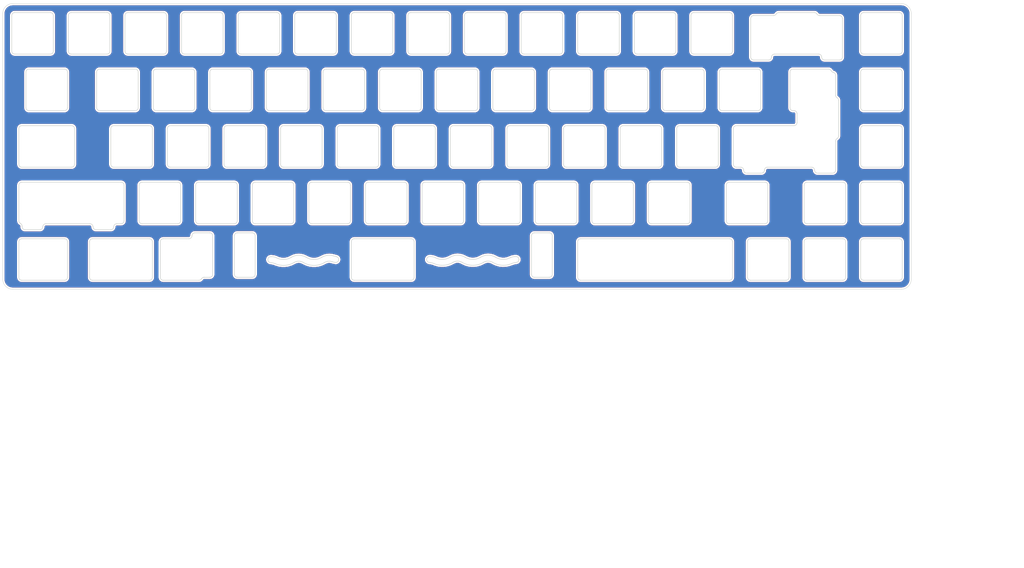
<source format=kicad_pcb>
(kicad_pcb (version 20240108) (generator "pcbnew") (generator_version "8.0")
  (layers (0 "F.Cu" signal) (31 "B.Cu" signal) (34 "B.Paste" user) (35 "F.Paste" user) (36 "B.SilkS" user "B.Silkscreen") (37 "F.SilkS" user "F.Silkscreen") (38 "B.Mask" user) (39 "F.Mask" user) (44 "Edge.Cuts" user))
  (net 0 "")
  (gr_arc (start 56.650558 187.5229) (mid 54.311235 186.556406) (end 53.340499 184.218841) (stroke (width 0.15)) (layer "Edge.Cuts"))
  (gr_arc (start 359.0905 184.215842) (mid 358.121885 186.554286) (end 355.783441 187.522901) (stroke (width 0.15)) (layer "Edge.Cuts"))
  (gr_arc (start 355.783441 91.3229) (mid 358.121885 92.291515) (end 359.0905 94.629959) (stroke (width 0.15)) (layer "Edge.Cuts"))
  (gr_line (start 355.783441 187.522901) (end 56.650558 187.5229) (stroke (width 0.15)) (layer "Edge.Cuts"))
  (gr_line (start 56.647558 91.3229) (end 355.783441 91.3229) (stroke (width 0.15)) (layer "Edge.Cuts"))
  (gr_line (start 98.9155 114.372901) (end 98.9155 126.372901) (stroke (width 0.2)) (layer "Edge.Cuts"))
  (gr_arc (start 224.573526 178.910489) (mid 221.381285 179.465136) (end 218.281248 178.5229) (stroke (width 0.2)) (layer "Edge.Cuts"))
  (gr_arc (start 246.553 164.472901) (mid 246.260107 165.180008) (end 245.553 165.472901) (stroke (width 0.2)) (layer "Edge.Cuts"))
  (gr_arc (start 165.266353 178.515164) (mid 164.733728 178.419003) (end 164.214617 178.265835) (stroke (width 0.2)) (layer "Edge.Cuts"))
  (gr_line (start 100.203 151.472901) (end 112.203 151.472901) (stroke (width 0.2)) (layer "Edge.Cuts"))
  (gr_arc (start 90.68475 166.472901) (mid 90.391857 167.180008) (end 89.68475 167.472901) (stroke (width 0.2)) (layer "Edge.Cuts"))
  (gr_arc (start 179.878 145.422901) (mid 179.585107 146.130008) (end 178.878 146.422901) (stroke (width 0.2)) (layer "Edge.Cuts"))
  (gr_arc (start 309.69625 147.422901) (mid 309.989143 146.715794) (end 310.69625 146.422901) (stroke (width 0.2)) (layer "Edge.Cuts"))
  (gr_line (start 207.915482 178.468602) (end 208.008448 178.522901) (stroke (width 0.2)) (layer "Edge.Cuts"))
  (gr_line (start 76.3905 108.3229) (end 88.3905 108.3229) (stroke (width 0.2)) (layer "Edge.Cuts"))
  (gr_arc (start 195.99425 177.522901) (mid 196.287143 176.815794) (end 196.99425 176.522901) (stroke (width 0.2)) (layer "Edge.Cuts"))
  (gr_arc (start 113.490499 95.3229) (mid 113.783392 94.615793) (end 114.490499 94.3229) (stroke (width 0.2)) (layer "Edge.Cuts"))
  (gr_line (start 276.4155 113.372901) (end 288.4155 113.372901) (stroke (width 0.2)) (layer "Edge.Cuts"))
  (gr_line (start 162.1155 127.372901) (end 174.1155 127.372901) (stroke (width 0.2)) (layer "Edge.Cuts"))
  (gr_arc (start 147.828 146.422901) (mid 147.120893 146.130008) (end 146.828 145.422901) (stroke (width 0.2)) (layer "Edge.Cuts"))
  (gr_arc (start 252.603 165.472901) (mid 251.895893 165.180008) (end 251.603 164.472901) (stroke (width 0.2)) (layer "Edge.Cuts"))
  (gr_line (start 156.353 152.4729) (end 156.353 164.472901) (stroke (width 0.2)) (layer "Edge.Cuts"))
  (gr_arc (start 281.178 146.422901) (mid 280.470893 146.130008) (end 280.178 145.422901) (stroke (width 0.2)) (layer "Edge.Cuts"))
  (gr_arc (start 335.9535 109.322901) (mid 335.660607 110.030008) (end 334.9535 110.322901) (stroke (width 0.2)) (layer "Edge.Cuts"))
  (gr_line (start 243.078 146.422901) (end 255.078 146.422901) (stroke (width 0.2)) (layer "Edge.Cuts"))
  (gr_line (start 91.68475 165.4729) (end 93.153 165.4729) (stroke (width 0.2)) (layer "Edge.Cuts"))
  (gr_line (start 58.72175 171.522901) (end 58.72175 183.522901) (stroke (width 0.2)) (layer "Edge.Cuts"))
  (gr_line (start 225.847202 176.522901) (end 226.08129 176.522901) (stroke (width 0.2)) (layer "Edge.Cuts"))
  (gr_line (start 62.103 127.372901) (end 74.103 127.372901) (stroke (width 0.2)) (layer "Edge.Cuts"))
  (gr_line (start 246.553 152.4729) (end 246.553 164.472901) (stroke (width 0.2)) (layer "Edge.Cuts"))
  (gr_line (start 342.0905 152.4729) (end 342.0905 164.472901) (stroke (width 0.2)) (layer "Edge.Cuts"))
  (gr_arc (start 280.178 133.422901) (mid 280.470893 132.715794) (end 281.178 132.422901) (stroke (width 0.2)) (layer "Edge.Cuts"))
  (gr_arc (start 214.153535 176.741596) (mid 216.675252 176.059112) (end 219.196969 176.741596) (stroke (width 0.2)) (layer "Edge.Cuts"))
  (gr_line (start 204.978 132.422901) (end 216.978 132.422901) (stroke (width 0.2)) (layer "Edge.Cuts"))
  (gr_line (start 138.303 151.472901) (end 150.302999 151.472901) (stroke (width 0.2)) (layer "Edge.Cuts"))
  (gr_line (start 256.3655 114.372901) (end 256.3655 126.372901) (stroke (width 0.2)) (layer "Edge.Cuts"))
  (gr_arc (start 180.1655 114.372901) (mid 180.458393 113.665794) (end 181.1655 113.372901) (stroke (width 0.2)) (layer "Edge.Cuts"))
  (gr_line (start 137.303 152.4729) (end 137.303 164.472901) (stroke (width 0.2)) (layer "Edge.Cuts"))
  (gr_line (start 151.5905 95.3229) (end 151.5905 107.322901) (stroke (width 0.2)) (layer "Edge.Cuts"))
  (gr_line (start 218.188282 178.468602) (end 218.281248 178.522901) (stroke (width 0.2)) (layer "Edge.Cuts"))
  (gr_line (start 199.2155 114.372901) (end 199.2155 126.372901) (stroke (width 0.2)) (layer "Edge.Cuts"))
  (gr_line (start 171.6405 184.522901) (end 190.78425 184.522901) (stroke (width 0.2)) (layer "Edge.Cuts"))
  (gr_line (start 231.28425 182.522901) (end 231.28425 169.522901) (stroke (width 0.2)) (layer "Edge.Cuts"))
  (gr_arc (start 145.5405 94.3229) (mid 146.247607 94.615793) (end 146.5405 95.3229) (stroke (width 0.2)) (layer "Edge.Cuts"))
  (gr_line (start 303.69625 148.422901) (end 308.69625 148.422901) (stroke (width 0.2)) (layer "Edge.Cuts"))
  (gr_line (start 127.778 133.422901) (end 127.778 145.422901) (stroke (width 0.2)) (layer "Edge.Cuts"))
  (gr_line (start 142.530135 177.556818) (end 142.530135 177.556818) (stroke (width 0.2)) (layer "Edge.Cuts"))
  (gr_line (start 356.0905 133.422901) (end 356.0905 145.422901) (stroke (width 0.2)) (layer "Edge.Cuts"))
  (gr_line (start 343.0905 94.3229) (end 355.0905 94.3229) (stroke (width 0.2)) (layer "Edge.Cuts"))
  (gr_line (start 152.5905 108.3229) (end 164.5905 108.3229) (stroke (width 0.2)) (layer "Edge.Cuts"))
  (gr_arc (start 309.69625 147.422901) (mid 309.403357 148.130008) (end 308.69625 148.422901) (stroke (width 0.2)) (layer "Edge.Cuts"))
  (gr_arc (start 185.928 146.422901) (mid 185.220893 146.130008) (end 184.928 145.422901) (stroke (width 0.2)) (layer "Edge.Cuts"))
  (gr_line (start 66.80875 166.472901) (end 66.80875 166.472901) (stroke (width 0.2)) (layer "Edge.Cuts"))
  (gr_arc (start 190.6905 108.322901) (mid 189.983393 108.030008) (end 189.6905 107.322901) (stroke (width 0.2)) (layer "Edge.Cuts"))
  (gr_line (start 200.2155 113.372901) (end 212.2155 113.372901) (stroke (width 0.2)) (layer "Edge.Cuts"))
  (gr_line (start 252.603 151.472901) (end 264.603 151.472901) (stroke (width 0.2)) (layer "Edge.Cuts"))
  (gr_line (start 280.178 133.422901) (end 280.178 145.422901) (stroke (width 0.2)) (layer "Edge.Cuts"))
  (gr_arc (start 237.028 145.422901) (mid 236.735107 146.130008) (end 236.028 146.422901) (stroke (width 0.2)) (layer "Edge.Cuts"))
  (gr_line (start 133.5405 94.3229) (end 145.5405 94.3229) (stroke (width 0.2)) (layer "Edge.Cuts"))
  (gr_arc (start 124.0155 127.372901) (mid 123.308393 127.080008) (end 123.0155 126.372901) (stroke (width 0.2)) (layer "Edge.Cuts"))
  (gr_arc (start 227.503 164.472901) (mid 227.210107 165.180008) (end 226.503 165.472901) (stroke (width 0.2)) (layer "Edge.Cuts"))
  (gr_line (start 132.253 152.4729) (end 132.253 164.472901) (stroke (width 0.2)) (layer "Edge.Cuts"))
  (gr_line (start 62.103 113.372901) (end 74.103 113.372901) (stroke (width 0.2)) (layer "Edge.Cuts"))
  (gr_arc (start 355.0905 151.4729) (mid 355.797607 151.765793) (end 356.0905 152.4729) (stroke (width 0.2)) (layer "Edge.Cuts"))
  (gr_arc (start 228.7905 108.322901) (mid 228.083393 108.030008) (end 227.7905 107.322901) (stroke (width 0.2)) (layer "Edge.Cuts"))
  (gr_arc (start 84.68475 167.472901) (mid 83.977643 167.180008) (end 83.68475 166.472901) (stroke (width 0.2)) (layer "Edge.Cuts"))
  (gr_line (start 342.0905 171.522901) (end 342.0905 183.522901) (stroke (width 0.2)) (layer "Edge.Cuts"))
  (gr_line (start 198.928 133.422901) (end 198.928 145.422901) (stroke (width 0.2)) (layer "Edge.Cuts"))
  (gr_arc (start 85.9155 127.372901) (mid 85.208393 127.080008) (end 84.9155 126.372901) (stroke (width 0.2)) (layer "Edge.Cuts"))
  (gr_arc (start 355.0905 170.522901) (mid 355.797607 170.815794) (end 356.0905 171.522901) (stroke (width 0.2)) (layer "Edge.Cuts"))
  (gr_line (start 304.9905 184.522901) (end 316.9905 184.522901) (stroke (width 0.2)) (layer "Edge.Cuts"))
  (gr_line (start 237.028 133.422901) (end 237.028 145.422901) (stroke (width 0.2)) (layer "Edge.Cuts"))
  (gr_arc (start 320.65925 131.422901) (mid 320.366357 132.130008) (end 319.65925 132.422901) (stroke (width 0.2)) (layer "Edge.Cuts"))
  (gr_arc (start 160.828 145.422901) (mid 160.535107 146.130008) (end 159.828 146.422901) (stroke (width 0.2)) (layer "Edge.Cuts"))
  (gr_line (start 151.332341 178.556818) (end 151.425307 178.50252) (stroke (width 0.2)) (layer "Edge.Cuts"))
  (gr_arc (start 204.978 146.422901) (mid 204.270893 146.130008) (end 203.978 145.422901) (stroke (width 0.2)) (layer "Edge.Cuts"))
  (gr_line (start 107.34675 184.522901) (end 119.34675 184.522901) (stroke (width 0.2)) (layer "Edge.Cuts"))
  (gr_line (start 82.53425 171.522901) (end 82.53425 183.522901) (stroke (width 0.2)) (layer "Edge.Cuts"))
  (gr_arc (start 138.28425 182.522901) (mid 137.991357 183.230008) (end 137.28425 183.522901) (stroke (width 0.2)) (layer "Edge.Cuts"))
  (gr_line (start 108.4405 95.3229) (end 108.4405 107.322901) (stroke (width 0.2)) (layer "Edge.Cuts"))
  (gr_line (start 109.728 146.422901) (end 121.728 146.422901) (stroke (width 0.2)) (layer "Edge.Cuts"))
  (gr_line (start 343.0905 184.522901) (end 355.0905 184.522901) (stroke (width 0.2)) (layer "Edge.Cuts"))
  (gr_line (start 329.9535 110.322901) (end 334.9535 110.322901) (stroke (width 0.2)) (layer "Edge.Cuts"))
  (gr_arc (start 224.028 146.422901) (mid 223.320893 146.130008) (end 223.028 145.422901) (stroke (width 0.2)) (layer "Edge.Cuts"))
  (gr_line (start 104.9655 113.372901) (end 116.9655 113.372901) (stroke (width 0.2)) (layer "Edge.Cuts"))
  (gr_line (start 150.323654 176.829812) (end 150.41662 176.775514) (stroke (width 0.2)) (layer "Edge.Cuts"))
  (gr_arc (start 120.212775 184.022901) (mid 120.5788 183.656876) (end 121.0788 183.522901) (stroke (width 0.2)) (layer "Edge.Cuts"))
  (gr_arc (start 59.26525 165.362624) (mid 58.868375 164.994197) (end 58.72175 164.472901) (stroke (width 0.2)) (layer "Edge.Cuts"))
  (gr_line (start 194.453 152.4729) (end 194.453 164.472901) (stroke (width 0.2)) (layer "Edge.Cuts"))
  (gr_arc (start 301.69625 146.422901) (mid 302.403357 146.715794) (end 302.69625 147.422901) (stroke (width 0.2)) (layer "Edge.Cuts"))
  (gr_arc (start 203.978 133.422901) (mid 204.270893 132.715794) (end 204.978 132.422901) (stroke (width 0.2)) (layer "Edge.Cuts"))
  (gr_arc (start 161.698106 178.50252) (mid 162.930218 178.106211) (end 164.214617 178.265835) (stroke (width 0.2)) (layer "Edge.Cuts"))
  (gr_line (start 262.128 146.422901) (end 274.128 146.422901) (stroke (width 0.2)) (layer "Edge.Cuts"))
  (gr_line (start 242.078 133.422901) (end 242.078 145.422901) (stroke (width 0.2)) (layer "Edge.Cuts"))
  (gr_line (start 237.28425 183.522901) (end 232.28425 183.522901) (stroke (width 0.2)) (layer "Edge.Cuts"))
  (gr_arc (start 123.9905 182.522901) (mid 123.697607 183.230008) (end 122.9905 183.522901) (stroke (width 0.2)) (layer "Edge.Cuts"))
  (gr_line (start 228.7905 94.3229) (end 240.7905 94.3229) (stroke (width 0.2)) (layer "Edge.Cuts"))
  (gr_arc (start 151.5905 95.3229) (mid 151.883393 94.615793) (end 152.5905 94.3229) (stroke (width 0.2)) (layer "Edge.Cuts"))
  (gr_line (start 294.178 133.422901) (end 294.178 145.422901) (stroke (width 0.2)) (layer "Edge.Cuts"))
  (gr_line (start 252.603 165.4729) (end 264.603 165.4729) (stroke (width 0.2)) (layer "Edge.Cuts"))
  (gr_line (start 214.060569 176.795894) (end 214.153535 176.741596) (stroke (width 0.2)) (layer "Edge.Cuts"))
  (gr_arc (start 275.4155 114.372901) (mid 275.708393 113.665794) (end 276.4155 113.372901) (stroke (width 0.2)) (layer "Edge.Cuts"))
  (gr_arc (start 279.890499 107.322901) (mid 279.597606 108.030007) (end 278.8905 108.3229) (stroke (width 0.2)) (layer "Edge.Cuts"))
  (gr_line (start 127.490499 95.3229) (end 127.490499 107.322901) (stroke (width 0.2)) (layer "Edge.Cuts"))
  (gr_line (start 67.80875 165.4729) (end 82.68475 165.4729) (stroke (width 0.2)) (layer "Edge.Cuts"))
  (gr_line (start 317.9905 171.522901) (end 317.9905 183.522901) (stroke (width 0.2)) (layer "Edge.Cuts"))
  (gr_line (start 285.9405 108.3229) (end 297.9405 108.3229) (stroke (width 0.2)) (layer "Edge.Cuts"))
  (gr_arc (start 159.828 132.422901) (mid 160.535107 132.715794) (end 160.828 133.422901) (stroke (width 0.2)) (layer "Edge.Cuts"))
  (gr_arc (start 88.3905 94.3229) (mid 89.097607 94.615793) (end 89.3905 95.3229) (stroke (width 0.2)) (layer "Edge.Cuts"))
  (gr_arc (start 138.303 165.472901) (mid 137.595893 165.180008) (end 137.303 164.472901) (stroke (width 0.2)) (layer "Edge.Cuts"))
  (gr_arc (start 116.9655 113.372901) (mid 117.672607 113.665794) (end 117.9655 114.372901) (stroke (width 0.2)) (layer "Edge.Cuts"))
  (gr_arc (start 217.978 145.422901) (mid 217.685107 146.130008) (end 216.978 146.422901) (stroke (width 0.2)) (layer "Edge.Cuts"))
  (gr_line (start 138.303 165.4729) (end 150.302999 165.4729) (stroke (width 0.2)) (layer "Edge.Cuts"))
  (gr_line (start 85.9155 113.372901) (end 97.9155 113.372901) (stroke (width 0.2)) (layer "Edge.Cuts"))
  (gr_arc (start 310.84675 164.472901) (mid 310.553857 165.180008) (end 309.84675 165.472901) (stroke (width 0.2)) (layer "Edge.Cuts"))
  (gr_arc (start 356.090499 107.322901) (mid 355.797606 108.030007) (end 355.0905 108.3229) (stroke (width 0.2)) (layer "Edge.Cuts"))
  (gr_arc (start 238.3155 127.372901) (mid 237.608393 127.080008) (end 237.3155 126.372901) (stroke (width 0.2)) (layer "Edge.Cuts"))
  (gr_line (start 275.128 133.422901) (end 275.128 145.422901) (stroke (width 0.2)) (layer "Edge.Cuts"))
  (gr_arc (start 284.653 164.472901) (mid 284.360107 165.180008) (end 283.653 165.472901) (stroke (width 0.2)) (layer "Edge.Cuts"))
  (gr_line (start 184.640499 95.3229) (end 184.640499 107.322901) (stroke (width 0.2)) (layer "Edge.Cuts"))
  (gr_arc (start 131.253 151.4729) (mid 131.960107 151.765793) (end 132.253 152.4729) (stroke (width 0.2)) (layer "Edge.Cuts"))
  (gr_line (start 56.340499 95.3229) (end 56.340499 107.322901) (stroke (width 0.2)) (layer "Edge.Cuts"))
  (gr_line (start 319.277999 113.372901) (end 331.278 113.372901) (stroke (width 0.2)) (layer "Edge.Cuts"))
  (gr_line (start 256.078 133.422901) (end 256.078 145.422901) (stroke (width 0.2)) (layer "Edge.Cuts"))
  (gr_line (start 324.0405 184.522901) (end 336.0405 184.522901) (stroke (width 0.2)) (layer "Edge.Cuts"))
  (gr_arc (start 104.9655 127.372901) (mid 104.258393 127.080008) (end 103.9655 126.372901) (stroke (width 0.2)) (layer "Edge.Cuts"))
  (gr_line (start 233.553 151.472901) (end 245.553 151.472901) (stroke (width 0.2)) (layer "Edge.Cuts"))
  (gr_line (start 189.6905 95.3229) (end 189.6905 107.322901) (stroke (width 0.2)) (layer "Edge.Cuts"))
  (gr_line (start 296.84675 152.4729) (end 296.84675 164.472901) (stroke (width 0.2)) (layer "Edge.Cuts"))
  (gr_line (start 270.3655 114.372901) (end 270.3655 126.372901) (stroke (width 0.2)) (layer "Edge.Cuts"))
  (gr_arc (start 356.0905 145.422901) (mid 355.797607 146.130008) (end 355.0905 146.422901) (stroke (width 0.2)) (layer "Edge.Cuts"))
  (gr_line (start 119.253 165.4729) (end 131.253 165.4729) (stroke (width 0.2)) (layer "Edge.Cuts"))
  (gr_arc (start 165.612158 176.547777) (mid 165.093303 176.42253) (end 164.577976 176.283482) (stroke (width 0.2)) (layer "Edge.Cuts"))
  (gr_line (start 209.7405 108.3229) (end 221.7405 108.3229) (stroke (width 0.2)) (layer "Edge.Cuts"))
  (gr_line (start 58.72175 133.422901) (end 58.72175 145.422901) (stroke (width 0.2)) (layer "Edge.Cuts"))
  (gr_line (start 223.028 133.422901) (end 223.028 145.422901) (stroke (width 0.2)) (layer "Edge.Cuts"))
  (gr_line (start 146.5405 95.3229) (end 146.5405 107.322901) (stroke (width 0.2)) (layer "Edge.Cuts"))
  (gr_line (start 57.340499 94.3229) (end 69.3405 94.3229) (stroke (width 0.2)) (layer "Edge.Cuts"))
  (gr_arc (start 209.7405 108.322901) (mid 209.033393 108.030008) (end 208.7405 107.322901) (stroke (width 0.2)) (layer "Edge.Cuts"))
  (gr_arc (start 62.103 127.372901) (mid 61.395893 127.080008) (end 61.103 126.372901) (stroke (width 0.2)) (layer "Edge.Cuts"))
  (gr_arc (start 323.0405 152.4729) (mid 323.333393 151.765793) (end 324.0405 151.4729) (stroke (width 0.2)) (layer "Edge.Cuts"))
  (gr_arc (start 200.2155 127.372901) (mid 199.508393 127.080008) (end 199.2155 126.372901) (stroke (width 0.2)) (layer "Edge.Cuts"))
  (gr_arc (start 59.72175 146.422901) (mid 59.014643 146.130008) (end 58.72175 145.422901) (stroke (width 0.2)) (layer "Edge.Cuts"))
  (gr_arc (start 342.0905 133.422901) (mid 342.383393 132.715794) (end 343.0905 132.422901) (stroke (width 0.2)) (layer "Edge.Cuts"))
  (gr_arc (start 197.230502 176.5229) (mid 198.152084 176.630512) (end 199.02408 176.947557) (stroke (width 0.2)) (layer "Edge.Cuts"))
  (gr_arc (start 108.440499 107.322901) (mid 108.147606 108.030007) (end 107.4405 108.3229) (stroke (width 0.2)) (layer "Edge.Cuts"))
  (gr_line (start 310.69625 146.422901) (end 325.57225 146.422901) (stroke (width 0.2)) (layer "Edge.Cuts"))
  (gr_line (start 308.4655 114.372901) (end 308.4655 126.372901) (stroke (width 0.2)) (layer "Edge.Cuts"))
  (gr_arc (start 343.0905 146.422901) (mid 342.383393 146.130008) (end 342.0905 145.422901) (stroke (width 0.2)) (layer "Edge.Cuts"))
  (gr_line (start 356.0905 95.3229) (end 356.0905 107.322901) (stroke (width 0.2)) (layer "Edge.Cuts"))
  (gr_arc (start 276.4155 127.372901) (mid 275.708393 127.080008) (end 275.4155 126.372901) (stroke (width 0.2)) (layer "Edge.Cuts"))
  (gr_arc (start 297.9405 94.3229) (mid 298.647607 94.615793) (end 298.9405 95.3229) (stroke (width 0.2)) (layer "Edge.Cuts"))
  (gr_arc (start 204.796456 178.522901) (mid 201.69657 179.465127) (end 198.504456 178.910609) (stroke (width 0.2)) (layer "Edge.Cuts"))
  (gr_line (start 70.340499 95.3229) (end 70.340499 107.322901) (stroke (width 0.2)) (layer "Edge.Cuts"))
  (gr_arc (start 293.178 132.422901) (mid 293.885107 132.715794) (end 294.178 133.422901) (stroke (width 0.2)) (layer "Edge.Cuts"))
  (gr_arc (start 83.53425 184.522901) (mid 82.827143 184.230008) (end 82.53425 183.522901) (stroke (width 0.2)) (layer "Edge.Cuts"))
  (gr_line (start 184.928 133.422901) (end 184.928 145.422901) (stroke (width 0.2)) (layer "Edge.Cuts"))
  (gr_line (start 295.4655 127.372901) (end 307.4655 127.372901) (stroke (width 0.2)) (layer "Edge.Cuts"))
  (gr_line (start 157.353 165.4729) (end 169.353 165.4729) (stroke (width 0.2)) (layer "Edge.Cuts"))
  (gr_arc (start 194.453 152.4729) (mid 194.745893 151.765793) (end 195.453 151.4729) (stroke (width 0.2)) (layer "Edge.Cuts"))
  (gr_line (start 75.103 114.372901) (end 75.103 126.372901) (stroke (width 0.2)) (layer "Edge.Cuts"))
  (gr_line (start 137.28425 183.522901) (end 132.28425 183.522901) (stroke (width 0.2)) (layer "Edge.Cuts"))
  (gr_line (start 156.0655 114.372901) (end 156.0655 126.372901) (stroke (width 0.2)) (layer "Edge.Cuts"))
  (gr_line (start 142.0655 114.372901) (end 142.0655 126.372901) (stroke (width 0.2)) (layer "Edge.Cuts"))
  (gr_line (start 260.8405 95.3229) (end 260.8405 107.322901) (stroke (width 0.2)) (layer "Edge.Cuts"))
  (gr_arc (start 58.72175 152.4729) (mid 59.014643 151.765793) (end 59.72175 151.4729) (stroke (width 0.2)) (layer "Edge.Cuts"))
  (gr_arc (start 297.84675 165.472901) (mid 297.139643 165.180008) (end 296.84675 164.472901) (stroke (width 0.2)) (layer "Edge.Cuts"))
  (gr_line (start 95.4405 94.3229) (end 107.4405 94.3229) (stroke (width 0.2)) (layer "Edge.Cuts"))
  (gr_arc (start 181.1655 127.372901) (mid 180.458393 127.080008) (end 180.1655 126.372901) (stroke (width 0.2)) (layer "Edge.Cuts"))
  (gr_line (start 90.68475 166.472901) (end 90.68475 166.472901) (stroke (width 0.2)) (layer "Edge.Cuts"))
  (gr_arc (start 218.2655 114.372901) (mid 218.558393 113.665794) (end 219.2655 113.372901) (stroke (width 0.2)) (layer "Edge.Cuts"))
  (gr_arc (start 170.353 164.472901) (mid 170.060107 165.180008) (end 169.353 165.472901) (stroke (width 0.2)) (layer "Edge.Cuts"))
  (gr_arc (start 334.15925 123.031876) (mid 334.525275 123.397901) (end 334.65925 123.897901) (stroke (width 0.2)) (layer "Edge.Cuts"))
  (gr_arc (start 275.128 145.422901) (mid 274.835107 146.130008) (end 274.128 146.422901) (stroke (width 0.2)) (layer "Edge.Cuts"))
  (gr_line (start 337.0405 171.522901) (end 337.0405 183.522901) (stroke (width 0.2)) (layer "Edge.Cuts"))
  (gr_arc (start 56.340499 95.3229) (mid 56.633392 94.615793) (end 57.340499 94.3229) (stroke (width 0.2)) (layer "Edge.Cuts"))
  (gr_arc (start 332.869462 114.482245) (mid 332.461244 114.290429) (end 332.178837 113.938745) (stroke (width 0.2)) (layer "Edge.Cuts"))
  (gr_arc (start 160.68942 176.775514) (mid 162.583475 176.132582) (end 164.577976 176.283482) (stroke (width 0.2)) (layer "Edge.Cuts"))
  (gr_line (start 122.728 133.422901) (end 122.728 145.422901) (stroke (width 0.2)) (layer "Edge.Cuts"))
  (gr_line (start 94.153 152.4729) (end 94.153 164.472901) (stroke (width 0.2)) (layer "Edge.Cuts"))
  (gr_arc (start 342.0905 95.3229) (mid 342.383393 94.615793) (end 343.0905 94.3229) (stroke (width 0.2)) (layer "Edge.Cuts"))
  (gr_line (start 247.8405 94.3229) (end 259.8405 94.3229) (stroke (width 0.2)) (layer "Edge.Cuts"))
  (gr_arc (start 295.4655 127.372901) (mid 294.758393 127.080008) (end 294.4655 126.372901) (stroke (width 0.2)) (layer "Edge.Cuts"))
  (gr_line (start 77.48425 133.422901) (end 77.48425 145.422901) (stroke (width 0.2)) (layer "Edge.Cuts"))
  (gr_arc (start 58.72175 133.422901) (mid 59.014643 132.715794) (end 59.72175 132.422901) (stroke (width 0.2)) (layer "Edge.Cuts"))
  (gr_line (start 208.924169 176.741596) (end 209.017135 176.795894) (stroke (width 0.2)) (layer "Edge.Cuts"))
  (gr_line (start 227.08129 177.522901) (end 227.08129 177.522901) (stroke (width 0.2)) (layer "Edge.Cuts"))
  (gr_arc (start 324.0405 165.472901) (mid 323.333393 165.180008) (end 323.0405 164.472901) (stroke (width 0.2)) (layer "Edge.Cuts"))
  (gr_arc (start 308.4655 126.372901) (mid 308.172607 127.080008) (end 307.4655 127.372901) (stroke (width 0.2)) (layer "Edge.Cuts"))
  (gr_line (start 334.9535 95.322901) (end 328.24755 95.3229) (stroke (width 0.2)) (layer "Edge.Cuts"))
  (gr_arc (start 313.649475 94.8229) (mid 314.0155 94.456875) (end 314.5155 94.3229) (stroke (width 0.2)) (layer "Edge.Cuts"))
  (gr_arc (start 231.28425 169.522901) (mid 231.577143 168.815794) (end 232.28425 168.522901) (stroke (width 0.2)) (layer "Edge.Cuts"))
  (gr_line (start 143.0655 127.372901) (end 155.0655 127.372901) (stroke (width 0.2)) (layer "Edge.Cuts"))
  (gr_arc (start 214.060569 176.795894) (mid 211.538852 177.478378) (end 209.017135 176.795894) (stroke (width 0.2)) (layer "Edge.Cuts"))
  (gr_line (start 146.828 133.422901) (end 146.828 145.422901) (stroke (width 0.2)) (layer "Edge.Cuts"))
  (gr_line (start 337.0405 152.4729) (end 337.0405 164.472901) (stroke (width 0.2)) (layer "Edge.Cuts"))
  (gr_line (start 343.0905 108.3229) (end 355.0905 108.3229) (stroke (width 0.2)) (layer "Edge.Cuts"))
  (gr_arc (start 75.103 183.522901) (mid 74.810107 184.230008) (end 74.103 184.522901) (stroke (width 0.2)) (layer "Edge.Cuts"))
  (gr_line (start 124.0155 127.372901) (end 136.0155 127.372901) (stroke (width 0.2)) (layer "Edge.Cuts"))
  (gr_arc (start 150.302999 151.4729) (mid 151.010106 151.765793) (end 151.302999 152.4729) (stroke (width 0.2)) (layer "Edge.Cuts"))
  (gr_arc (start 355.0905 113.372901) (mid 355.797607 113.665794) (end 356.0905 114.372901) (stroke (width 0.2)) (layer "Edge.Cuts"))
  (gr_arc (start 161.605141 178.556818) (mid 158.074737 179.512296) (end 154.544333 178.556818) (stroke (width 0.2)) (layer "Edge.Cuts"))
  (gr_arc (start 165.590499 107.322901) (mid 165.297606 108.030007) (end 164.5905 108.3229) (stroke (width 0.2)) (layer "Edge.Cuts"))
  (gr_line (start 343.0905 146.422901) (end 355.0905 146.422901) (stroke (width 0.2)) (layer "Edge.Cuts"))
  (gr_arc (start 137.303 152.4729) (mid 137.595893 151.765793) (end 138.303 151.4729) (stroke (width 0.2)) (layer "Edge.Cuts"))
  (gr_arc (start 123.0155 114.372901) (mid 123.308393 113.665794) (end 124.0155 113.372901) (stroke (width 0.2)) (layer "Edge.Cuts"))
  (gr_arc (start 219.2655 127.372901) (mid 218.558393 127.080008) (end 218.2655 126.372901) (stroke (width 0.2)) (layer "Edge.Cuts"))
  (gr_line (start 271.653 165.4729) (end 283.653 165.4729) (stroke (width 0.2)) (layer "Edge.Cuts"))
  (gr_line (start 196.99425 176.522901) (end 197.230502 176.522901) (stroke (width 0.2)) (layer "Edge.Cuts"))
  (gr_line (start 83.53425 170.522901) (end 102.678 170.522901) (stroke (width 0.2)) (layer "Edge.Cuts"))
  (gr_arc (start 236.028 132.422901) (mid 236.735107 132.715794) (end 237.028 133.422901) (stroke (width 0.2)) (layer "Edge.Cuts"))
  (gr_arc (start 93.153 151.4729) (mid 93.860107 151.765793) (end 94.153 152.4729) (stroke (width 0.2)) (layer "Edge.Cuts"))
  (gr_arc (start 118.253 152.4729) (mid 118.545893 151.765793) (end 119.253 151.4729) (stroke (width 0.2)) (layer "Edge.Cuts"))
  (gr_arc (start 161.1155 114.372901) (mid 161.408393 113.665794) (end 162.1155 113.372901) (stroke (width 0.2)) (layer "Edge.Cuts"))
  (gr_line (start 143.0655 113.372901) (end 155.0655 113.372901) (stroke (width 0.2)) (layer "Edge.Cuts"))
  (gr_line (start 333.65925 115.459901) (end 333.65925 122.16585) (stroke (width 0.2)) (layer "Edge.Cuts"))
  (gr_arc (start 294.178 145.422901) (mid 293.885107 146.130008) (end 293.178 146.422901) (stroke (width 0.2)) (layer "Edge.Cuts"))
  (gr_arc (start 98.9155 126.372901) (mid 98.622607 127.080008) (end 97.9155 127.372901) (stroke (width 0.2)) (layer "Edge.Cuts"))
  (gr_line (start 275.4155 114.372901) (end 275.4155 126.372901) (stroke (width 0.2)) (layer "Edge.Cuts"))
  (gr_line (start 271.653 151.472901) (end 283.653 151.472901) (stroke (width 0.2)) (layer "Edge.Cuts"))
  (gr_line (start 114.490499 108.3229) (end 126.4905 108.3229) (stroke (width 0.2)) (layer "Edge.Cuts"))
  (gr_line (start 305.0775 96.322901) (end 305.0775 109.322901) (stroke (width 0.2)) (layer "Edge.Cuts"))
  (gr_arc (start 116.9905 169.522901) (mid 117.283393 168.815794) (end 117.9905 168.522901) (stroke (width 0.2)) (layer "Edge.Cuts"))
  (gr_arc (start 327.9535 108.322901) (mid 328.660607 108.615794) (end 328.9535 109.322901) (stroke (width 0.2)) (layer "Edge.Cuts"))
  (gr_arc (start 271.653 165.472901) (mid 270.945893 165.180008) (end 270.653 164.472901) (stroke (width 0.2)) (layer "Edge.Cuts"))
  (gr_line (start 200.2155 127.372901) (end 212.2155 127.372901) (stroke (width 0.2)) (layer "Edge.Cuts"))
  (gr_arc (start 256.3655 114.372901) (mid 256.658393 113.665794) (end 257.3655 113.372901) (stroke (width 0.2)) (layer "Edge.Cuts"))
  (gr_arc (start 143.453074 178.553845) (mid 144.262781 178.683881) (end 145.040341 178.944527) (stroke (width 0.2)) (layer "Edge.Cuts"))
  (gr_arc (start 337.0405 164.472901) (mid 336.747607 165.180008) (end 336.0405 165.472901) (stroke (width 0.2)) (layer "Edge.Cuts"))
  (gr_line (start 310.84675 152.4729) (end 310.84675 164.472901) (stroke (width 0.2)) (layer "Edge.Cuts"))
  (gr_line (start 215.162222 178.468602) (end 215.069256 178.522901) (stroke (width 0.2)) (layer "Edge.Cuts"))
  (gr_arc (start 131.28425 169.522901) (mid 131.577143 168.815794) (end 132.28425 168.522901) (stroke (width 0.2)) (layer "Edge.Cuts"))
  (gr_arc (start 255.078 132.422901) (mid 255.785107 132.715794) (end 256.078 133.422901) (stroke (width 0.2)) (layer "Edge.Cuts"))
  (gr_line (start 151.303 152.4729) (end 151.303 164.472901) (stroke (width 0.2)) (layer "Edge.Cuts"))
  (gr_arc (start 114.490499 108.322901) (mid 113.783392 108.030008) (end 113.490499 107.322901) (stroke (width 0.2)) (layer "Edge.Cuts"))
  (gr_line (start 154.451367 178.50252) (end 154.544333 178.556818) (stroke (width 0.2)) (layer "Edge.Cuts"))
  (gr_arc (start 107.34675 184.522901) (mid 106.639643 184.230008) (end 106.34675 183.522901) (stroke (width 0.2)) (layer "Edge.Cuts"))
  (gr_line (start 251.603 152.4729) (end 251.603 164.472901) (stroke (width 0.2)) (layer "Edge.Cuts"))
  (gr_arc (start 53.340499 94.629959) (mid 54.309114 92.291515) (end 56.647558 91.3229) (stroke (width 0.15)) (layer "Edge.Cuts"))
  (gr_arc (start 247.8405 184.522901) (mid 247.133393 184.230008) (end 246.8405 183.522901) (stroke (width 0.2)) (layer "Edge.Cuts"))
  (gr_line (start 195.99425 177.522901) (end 195.99425 177.522901) (stroke (width 0.2)) (layer "Edge.Cuts"))
  (gr_arc (start 256.078 145.422901) (mid 255.785107 146.130008) (end 255.078 146.422901) (stroke (width 0.2)) (layer "Edge.Cuts"))
  (gr_arc (start 261.128 133.422901) (mid 261.420893 132.715794) (end 262.128 132.422901) (stroke (width 0.2)) (layer "Edge.Cuts"))
  (gr_line (start 84.68475 167.4729) (end 89.68475 167.4729) (stroke (width 0.2)) (layer "Edge.Cuts"))
  (gr_line (start 204.796456 178.522901) (end 204.889422 178.468602) (stroke (width 0.2)) (layer "Edge.Cuts"))
  (gr_arc (start 226.08129 176.522901) (mid 226.788397 176.815794) (end 227.08129 177.522901) (stroke (width 0.2)) (layer "Edge.Cuts"))
  (gr_arc (start 246.8405 95.3229) (mid 247.133393 94.615793) (end 247.8405 94.3229) (stroke (width 0.2)) (layer "Edge.Cuts"))
  (gr_arc (start 106.34675 171.522901) (mid 106.639643 170.815794) (end 107.34675 170.522901) (stroke (width 0.2)) (layer "Edge.Cuts"))
  (gr_line (start 332.57225 148.422901) (end 332.65925 148.422901) (stroke (width 0.2)) (layer "Edge.Cuts"))
  (gr_arc (start 198.928 145.422901) (mid 198.635107 146.130008) (end 197.928 146.422901) (stroke (width 0.2)) (layer "Edge.Cuts"))
  (gr_line (start 343.0905 127.372901) (end 355.0905 127.372901) (stroke (width 0.2)) (layer "Edge.Cuts"))
  (gr_line (start 219.2655 113.372901) (end 231.2655 113.372901) (stroke (width 0.2)) (layer "Edge.Cuts"))
  (gr_arc (start 166.3905 177.522901) (mid 166.05226 178.272616) (end 165.266353 178.515164) (stroke (width 0.2)) (layer "Edge.Cuts"))
  (gr_arc (start 82.53425 171.522901) (mid 82.827143 170.815794) (end 83.53425 170.522901) (stroke (width 0.2)) (layer "Edge.Cuts"))
  (gr_line (start 284.9405 95.3229) (end 284.9405 107.322901) (stroke (width 0.2)) (layer "Edge.Cuts"))
  (gr_arc (start 237.3155 114.372901) (mid 237.608393 113.665794) (end 238.3155 113.372901) (stroke (width 0.2)) (layer "Edge.Cuts"))
  (gr_line (start 270.653 152.4729) (end 270.653 164.472901) (stroke (width 0.2)) (layer "Edge.Cuts"))
  (gr_line (start 303.9905 171.522901) (end 303.9905 183.522901) (stroke (width 0.2)) (layer "Edge.Cuts"))
  (gr_arc (start 156.353 152.4729) (mid 156.645893 151.765793) (end 157.353 151.4729) (stroke (width 0.2)) (layer "Edge.Cuts"))
  (gr_arc (start 298.9405 183.522901) (mid 298.647607 184.230008) (end 297.9405 184.522901) (stroke (width 0.2)) (layer "Edge.Cuts"))
  (gr_line (start 214.503 165.4729) (end 226.503 165.4729) (stroke (width 0.2)) (layer "Edge.Cuts"))
  (gr_arc (start 102.678 132.422901) (mid 103.385107 132.715794) (end 103.678 133.422901) (stroke (width 0.2)) (layer "Edge.Cuts"))
  (gr_arc (start 84.9155 114.372901) (mid 85.208393 113.665794) (end 85.9155 113.372901) (stroke (width 0.2)) (layer "Edge.Cuts"))
  (gr_arc (start 117.9655 126.372901) (mid 117.672607 127.080008) (end 116.9655 127.372901) (stroke (width 0.2)) (layer "Edge.Cuts"))
  (gr_line (start 320.65925 131.422901) (end 320.65925 128.372901) (stroke (width 0.2)) (layer "Edge.Cuts"))
  (gr_arc (start 334.65925 135.897901) (mid 334.525275 136.397901) (end 334.15925 136.763926) (stroke (width 0.2)) (layer "Edge.Cuts"))
  (gr_arc (start 203.690499 107.322901) (mid 203.397606 108.030007) (end 202.6905 108.3229) (stroke (width 0.2)) (layer "Edge.Cuts"))
  (gr_line (start 208.7405 95.3229) (end 208.7405 107.322901) (stroke (width 0.2)) (layer "Edge.Cuts"))
  (gr_arc (start 170.6405 95.3229) (mid 170.933393 94.615793) (end 171.6405 94.3229) (stroke (width 0.2)) (layer "Edge.Cuts"))
  (gr_line (start 124.0155 113.372901) (end 136.0155 113.372901) (stroke (width 0.2)) (layer "Edge.Cuts"))
  (gr_line (start 343.0905 113.372901) (end 355.0905 113.372901) (stroke (width 0.2)) (layer "Edge.Cuts"))
  (gr_line (start 238.3155 113.372901) (end 250.3155 113.372901) (stroke (width 0.2)) (layer "Edge.Cuts"))
  (gr_arc (start 66.80875 166.472901) (mid 66.515857 167.180008) (end 65.80875 167.472901) (stroke (width 0.2)) (layer "Edge.Cuts"))
  (gr_arc (start 232.28425 183.522901) (mid 231.577143 183.230008) (end 231.28425 182.522901) (stroke (width 0.2)) (layer "Edge.Cuts"))
  (gr_arc (start 303.9905 171.522901) (mid 304.283393 170.815794) (end 304.9905 170.522901) (stroke (width 0.2)) (layer "Edge.Cuts"))
  (gr_arc (start 309.84675 151.4729) (mid 310.553857 151.765793) (end 310.84675 152.4729) (stroke (width 0.2)) (layer "Edge.Cuts"))
  (gr_arc (start 89.678 133.422901) (mid 89.970893 132.715794) (end 90.678 132.422901) (stroke (width 0.2)) (layer "Edge.Cuts"))
  (gr_arc (start 306.0775 110.322901) (mid 305.370393 110.030008) (end 305.0775 109.322901) (stroke (width 0.2)) (layer "Edge.Cuts"))
  (gr_arc (start 269.3655 113.372901) (mid 270.072607 113.665794) (end 270.3655 114.372901) (stroke (width 0.2)) (layer "Edge.Cuts"))
  (gr_line (start 246.8405 171.522901) (end 246.8405 183.522901) (stroke (width 0.2)) (layer "Edge.Cuts"))
  (gr_line (start 228.7905 108.3229) (end 240.7905 108.3229) (stroke (width 0.2)) (layer "Edge.Cuts"))
  (gr_arc (start 227.08129 177.522901) (mid 226.815286 178.202055) (end 226.15879 178.519893) (stroke (width 0.2)) (layer "Edge.Cuts"))
  (gr_line (start 166.878 146.422901) (end 178.878 146.422901) (stroke (width 0.2)) (layer "Edge.Cuts"))
  (gr_arc (start 61.103 114.372901) (mid 61.395893 113.665794) (end 62.103 113.372901) (stroke (width 0.2)) (layer "Edge.Cuts"))
  (gr_arc (start 60.808749 167.472901) (mid 60.101642 167.180008) (end 59.808749 166.472901) (stroke (width 0.2)) (layer "Edge.Cuts"))
  (gr_line (start 323.0405 171.522901) (end 323.0405 183.522901) (stroke (width 0.2)) (layer "Edge.Cuts"))
  (gr_arc (start 300.228 146.422901) (mid 299.520893 146.130008) (end 299.228 145.422901) (stroke (width 0.2)) (layer "Edge.Cuts"))
  (gr_arc (start 356.0905 164.472901) (mid 355.797607 165.180008) (end 355.0905 165.472901) (stroke (width 0.2)) (layer "Edge.Cuts"))
  (gr_line (start 141.778 133.422901) (end 141.778 145.422901) (stroke (width 0.2)) (layer "Edge.Cuts"))
  (gr_line (start 99.203 152.4729) (end 99.203 164.472901) (stroke (width 0.2)) (layer "Edge.Cuts"))
  (gr_line (start 289.4155 114.372901) (end 289.4155 126.372901) (stroke (width 0.2)) (layer "Edge.Cuts"))
  (gr_line (start 276.4155 127.372901) (end 288.4155 127.372901) (stroke (width 0.2)) (layer "Edge.Cuts"))
  (gr_arc (start 116.9905 169.522901) (mid 116.697607 170.230008) (end 115.9905 170.522901) (stroke (width 0.2)) (layer "Edge.Cuts"))
  (gr_line (start 103.678 133.422901) (end 103.678 145.422901) (stroke (width 0.2)) (layer "Edge.Cuts"))
  (gr_arc (start 189.6905 95.3229) (mid 189.983393 94.615793) (end 190.6905 94.3229) (stroke (width 0.2)) (layer "Edge.Cuts"))
  (gr_line (start 181.1655 113.372901) (end 193.1655 113.372901) (stroke (width 0.2)) (layer "Edge.Cuts"))
  (gr_arc (start 82.68475 165.472901) (mid 83.391857 165.765794) (end 83.68475 166.472901) (stroke (width 0.2)) (layer "Edge.Cuts"))
  (gr_arc (start 99.203 152.4729) (mid 99.495893 151.765793) (end 100.203 151.4729) (stroke (width 0.2)) (layer "Edge.Cuts"))
  (gr_line (start 90.678 146.422901) (end 102.678 146.422901) (stroke (width 0.2)) (layer "Edge.Cuts"))
  (gr_line (start 195.453 165.4729) (end 207.453 165.4729) (stroke (width 0.2)) (layer "Edge.Cuts"))
  (gr_line (start 59.72175 184.522901) (end 74.103 184.522901) (stroke (width 0.2)) (layer "Edge.Cuts"))
  (gr_line (start 122.9905 168.522901) (end 117.9905 168.522901) (stroke (width 0.2)) (layer "Edge.Cuts"))
  (gr_line (start 160.828 133.422901) (end 160.828 145.422901) (stroke (width 0.2)) (layer "Edge.Cuts"))
  (gr_arc (start 246.8405 171.522901) (mid 247.133393 170.815794) (end 247.8405 170.522901) (stroke (width 0.2)) (layer "Edge.Cuts"))
  (gr_arc (start 59.26525 165.362624) (mid 59.662125 165.731051) (end 59.80875 166.252347) (stroke (width 0.2)) (layer "Edge.Cuts"))
  (gr_line (start 294.4655 114.372901) (end 294.4655 126.372901) (stroke (width 0.2)) (layer "Edge.Cuts"))
  (gr_line (start 61.102999 114.372901) (end 61.102999 126.372901) (stroke (width 0.2)) (layer "Edge.Cuts"))
  (gr_arc (start 336.0405 151.4729) (mid 336.747607 151.765793) (end 337.0405 152.4729) (stroke (width 0.2)) (layer "Edge.Cuts"))
  (gr_arc (start 319.277999 127.372901) (mid 318.570892 127.080008) (end 318.277999 126.372901) (stroke (width 0.2)) (layer "Edge.Cuts"))
  (gr_line (start 213.503 152.4729) (end 213.503 164.472901) (stroke (width 0.2)) (layer "Edge.Cuts"))
  (gr_arc (start 103.678 183.522901) (mid 103.385107 184.230008) (end 102.678 184.522901) (stroke (width 0.2)) (layer "Edge.Cuts"))
  (gr_arc (start 156.0655 126.372901) (mid 155.772607 127.080008) (end 155.0655 127.372901) (stroke (width 0.2)) (layer "Edge.Cuts"))
  (gr_arc (start 222.740499 107.322901) (mid 222.447606 108.030007) (end 221.7405 108.3229) (stroke (width 0.2)) (layer "Edge.Cuts"))
  (gr_arc (start 319.65925 127.372901) (mid 320.366357 127.665794) (end 320.65925 128.372901) (stroke (width 0.2)) (layer "Edge.Cuts"))
  (gr_line (start 204.978 146.422901) (end 216.978 146.422901) (stroke (width 0.2)) (layer "Edge.Cuts"))
  (gr_arc (start 262.128 146.422901) (mid 261.420893 146.130008) (end 261.128 145.422901) (stroke (width 0.2)) (layer "Edge.Cuts"))
  (gr_arc (start 317.9905 183.522901) (mid 317.697607 184.230008) (end 316.9905 184.522901) (stroke (width 0.2)) (layer "Edge.Cuts"))
  (gr_line (start 175.1155 114.372901) (end 175.1155 126.372901) (stroke (width 0.2)) (layer "Edge.Cuts"))
  (gr_arc (start 113.203 164.472901) (mid 112.910107 165.180008) (end 112.203 165.472901) (stroke (width 0.2)) (layer "Edge.Cuts"))
  (gr_arc (start 355.0905 94.3229) (mid 355.797607 94.615793) (end 356.0905 95.3229) (stroke (width 0.2)) (layer "Edge.Cuts"))
  (gr_line (start 170.6405 95.3229) (end 170.6405 107.322901) (stroke (width 0.2)) (layer "Edge.Cuts"))
  (gr_arc (start 208.453 164.472901) (mid 208.160107 165.180008) (end 207.453 165.472901) (stroke (width 0.2)) (layer "Edge.Cuts"))
  (gr_arc (start 146.540499 107.322901) (mid 146.247606 108.030007) (end 145.5405 108.3229) (stroke (width 0.2)) (layer "Edge.Cuts"))
  (gr_arc (start 166.878 146.422901) (mid 166.170893 146.130008) (end 165.878 145.422901) (stroke (width 0.2)) (layer "Edge.Cuts"))
  (gr_arc (start 103.678 145.422901) (mid 103.385107 146.130008) (end 102.678 146.422901) (stroke (width 0.2)) (layer "Edge.Cuts"))
  (gr_arc (start 299.228 133.422901) (mid 299.520893 132.715794) (end 300.228 132.422901) (stroke (width 0.2)) (layer "Edge.Cuts"))
  (gr_line (start 218.2655 114.372901) (end 218.2655 126.372901) (stroke (width 0.2)) (layer "Edge.Cuts"))
  (gr_line (start 108.728 133.422901) (end 108.728 145.422901) (stroke (width 0.2)) (layer "Edge.Cuts"))
  (gr_arc (start 241.790499 107.322901) (mid 241.497606 108.030007) (end 240.7905 108.3229) (stroke (width 0.2)) (layer "Edge.Cuts"))
  (gr_arc (start 66.80875 166.472901) (mid 67.101643 165.765794) (end 67.80875 165.472901) (stroke (width 0.2)) (layer "Edge.Cuts"))
  (gr_line (start 246.8405 95.3229) (end 246.8405 107.322901) (stroke (width 0.2)) (layer "Edge.Cuts"))
  (gr_arc (start 238.28425 182.522901) (mid 237.991357 183.230008) (end 237.28425 183.522901) (stroke (width 0.2)) (layer "Edge.Cuts"))
  (gr_arc (start 59.72175 184.522901) (mid 59.014643 184.230008) (end 58.72175 183.522901) (stroke (width 0.2)) (layer "Edge.Cuts"))
  (gr_arc (start 305.0775 96.322901) (mid 305.370393 95.615794) (end 306.0775 95.322901) (stroke (width 0.2)) (layer "Edge.Cuts"))
  (gr_arc (start 325.57225 146.422901) (mid 326.279357 146.715794) (end 326.57225 147.422901) (stroke (width 0.2)) (layer "Edge.Cuts"))
  (gr_line (start 222.7405 95.3229) (end 222.7405 107.322901) (stroke (width 0.2)) (layer "Edge.Cuts"))
  (gr_line (start 333.65925 147.422901) (end 333.65925 137.629951) (stroke (width 0.2)) (layer "Edge.Cuts"))
  (gr_line (start 342.0905 114.372901) (end 342.0905 126.372901) (stroke (width 0.2)) (layer "Edge.Cuts"))
  (gr_line (start 185.928 132.422901) (end 197.928 132.422901) (stroke (width 0.2)) (layer "Edge.Cuts"))
  (gr_line (start 326.57225 147.422901) (end 326.57225 147.422901) (stroke (width 0.2)) (layer "Edge.Cuts"))
  (gr_arc (start 169.353 151.4729) (mid 170.060107 151.765793) (end 170.353 152.4729) (stroke (width 0.2)) (layer "Edge.Cuts"))
  (gr_arc (start 190.78425 170.522901) (mid 191.491357 170.815794) (end 191.78425 171.522901) (stroke (width 0.2)) (layer "Edge.Cuts"))
  (gr_line (start 247.8405 170.522901) (end 297.9405 170.522901) (stroke (width 0.2)) (layer "Edge.Cuts"))
  (gr_arc (start 137.28425 168.522901) (mid 137.991357 168.815794) (end 138.28425 169.522901) (stroke (width 0.2)) (layer "Edge.Cuts"))
  (gr_arc (start 224.573525 178.91049) (mid 225.350107 178.650049) (end 226.15879 178.519893) (stroke (width 0.2)) (layer "Edge.Cuts"))
  (gr_arc (start 128.778 146.422901) (mid 128.070893 146.130008) (end 127.778 145.422901) (stroke (width 0.2)) (layer "Edge.Cuts"))
  (gr_arc (start 142.530135 177.556818) (mid 142.823028 176.849711) (end 143.530135 176.556818) (stroke (width 0.2)) (layer "Edge.Cuts"))
  (gr_line (start 251.3155 114.372901) (end 251.3155 126.372901) (stroke (width 0.2)) (layer "Edge.Cuts"))
  (gr_line (start 232.2655 114.372901) (end 232.2655 126.372901) (stroke (width 0.2)) (layer "Edge.Cuts"))
  (gr_arc (start 165.61216 176.547776) (mid 166.172056 176.899065) (end 166.3905 177.522901) (stroke (width 0.2)) (layer "Edge.Cuts"))
  (gr_line (start 170.353 152.4729) (end 170.353 164.472901) (stroke (width 0.2)) (layer "Edge.Cuts"))
  (gr_line (start 180.1655 114.372901) (end 180.1655 126.372901) (stroke (width 0.2)) (layer "Edge.Cuts"))
  (gr_line (start 166.878 132.422901) (end 178.878 132.422901) (stroke (width 0.2)) (layer "Edge.Cuts"))
  (gr_line (start 312.0775 109.322901) (end 312.0775 109.322901) (stroke (width 0.2)) (layer "Edge.Cuts"))
  (gr_line (start 334.65925 123.897901) (end 334.65925 135.897901) (stroke (width 0.2)) (layer "Edge.Cuts"))
  (gr_arc (start 224.053624 176.947557) (mid 221.652546 177.475846) (end 219.289935 176.795894) (stroke (width 0.2)) (layer "Edge.Cuts"))
  (gr_line (start 219.196969 176.741596) (end 219.289935 176.795894) (stroke (width 0.2)) (layer "Edge.Cuts"))
  (gr_arc (start 178.878 132.422901) (mid 179.585107 132.715794) (end 179.878 133.422901) (stroke (width 0.2)) (layer "Edge.Cuts"))
  (gr_arc (start 143.0655 127.372901) (mid 142.358393 127.080008) (end 142.0655 126.372901) (stroke (width 0.2)) (layer "Edge.Cuts"))
  (gr_line (start 171.6405 170.522901) (end 190.78425 170.522901) (stroke (width 0.2)) (layer "Edge.Cuts"))
  (gr_arc (start 237.28425 168.522901) (mid 237.991357 168.815794) (end 238.28425 169.522901) (stroke (width 0.2)) (layer "Edge.Cuts"))
  (gr_arc (start 259.8405 94.3229) (mid 260.547607 94.615793) (end 260.8405 95.3229) (stroke (width 0.2)) (layer "Edge.Cuts"))
  (gr_line (start 281.178 132.422901) (end 293.178 132.422901) (stroke (width 0.2)) (layer "Edge.Cuts"))
  (gr_arc (start 297.9405 170.522901) (mid 298.647607 170.815794) (end 298.9405 171.522901) (stroke (width 0.2)) (layer "Edge.Cuts"))
  (gr_line (start 190.6905 94.3229) (end 202.6905 94.3229) (stroke (width 0.2)) (layer "Edge.Cuts"))
  (gr_arc (start 329.9535 110.322901) (mid 329.246393 110.030008) (end 328.9535 109.322901) (stroke (width 0.2)) (layer "Edge.Cuts"))
  (gr_line (start 203.787769 176.795894) (end 203.880735 176.741596) (stroke (width 0.2)) (layer "Edge.Cuts"))
  (gr_arc (start 137.0155 126.372901) (mid 136.722607 127.080008) (end 136.0155 127.372901) (stroke (width 0.2)) (layer "Edge.Cuts"))
  (gr_arc (start 94.4405 95.3229) (mid 94.733393 94.615793) (end 95.4405 94.3229) (stroke (width 0.2)) (layer "Edge.Cuts"))
  (gr_line (start 314.5155 94.3229) (end 326.5155 94.3229) (stroke (width 0.2)) (layer "Edge.Cuts"))
  (gr_line (start 356.0905 152.4729) (end 356.0905 164.472901) (stroke (width 0.2)) (layer "Edge.Cuts"))
  (gr_arc (start 196.917189 178.519927) (mid 197.726896 178.649964) (end 198.504456 178.910609) (stroke (width 0.2)) (layer "Edge.Cuts"))
  (gr_line (start 266.8905 94.3229) (end 278.8905 94.3229) (stroke (width 0.2)) (layer "Edge.Cuts"))
  (gr_arc (start 242.078 133.422901) (mid 242.370893 132.715794) (end 243.078 132.422901) (stroke (width 0.2)) (layer "Edge.Cuts"))
  (gr_line (start 227.503 152.4729) (end 227.503 164.472901) (stroke (width 0.2)) (layer "Edge.Cuts"))
  (gr_arc (start 288.4155 113.372901) (mid 289.122607 113.665794) (end 289.4155 114.372901) (stroke (width 0.2)) (layer "Edge.Cuts"))
  (gr_line (start 191.78425 171.522901) (end 191.78425 183.522901) (stroke (width 0.2)) (layer "Edge.Cuts"))
  (gr_arc (start 57.340499 108.322901) (mid 56.633392 108.030008) (end 56.340499 107.322901) (stroke (width 0.2)) (layer "Edge.Cuts"))
  (gr_arc (start 318.277999 114.372901) (mid 318.570892 113.665794) (end 319.277999 113.372901) (stroke (width 0.2)) (layer "Edge.Cuts"))
  (gr_arc (start 188.403 151.4729) (mid 189.110107 151.765793) (end 189.403 152.4729) (stroke (width 0.2)) (layer "Edge.Cuts"))
  (gr_line (start 171.6405 94.3229) (end 183.640499 94.3229) (stroke (width 0.2)) (layer "Edge.Cuts"))
  (gr_line (start 53.340499 184.218841) (end 53.340499 94.629959) (stroke (width 0.15)) (layer "Edge.Cuts"))
  (gr_line (start 261.128 133.422901) (end 261.128 145.422901) (stroke (width 0.2)) (layer "Edge.Cuts"))
  (gr_line (start 119.253 151.472901) (end 131.253 151.472901) (stroke (width 0.2)) (layer "Edge.Cuts"))
  (gr_line (start 113.4905 95.3229) (end 113.4905 107.322901) (stroke (width 0.2)) (layer "Edge.Cuts"))
  (gr_arc (start 102.678 170.522901) (mid 103.385107 170.815794) (end 103.678 171.522901) (stroke (width 0.2)) (layer "Edge.Cuts"))
  (gr_arc (start 95.4405 108.322901) (mid 94.733393 108.030008) (end 94.4405 107.322901) (stroke (width 0.2)) (layer "Edge.Cuts"))
  (gr_arc (start 251.603 152.4729) (mid 251.895893 151.765793) (end 252.603 151.4729) (stroke (width 0.2)) (layer "Edge.Cuts"))
  (gr_line (start 279.8905 95.3229) (end 279.8905 107.322901) (stroke (width 0.2)) (layer "Edge.Cuts"))
  (gr_line (start 116.990499 169.522901) (end 116.990499 169.522901) (stroke (width 0.2)) (layer "Edge.Cuts"))
  (gr_line (start 262.128 132.422901) (end 274.128 132.422901) (stroke (width 0.2)) (layer "Edge.Cuts"))
  (gr_line (start 179.878 133.422901) (end 179.878 145.422901) (stroke (width 0.2)) (layer "Edge.Cuts"))
  (gr_line (start 89.3905 95.3229) (end 89.3905 107.322901) (stroke (width 0.2)) (layer "Edge.Cuts"))
  (gr_arc (start 316.9905 170.522901) (mid 317.697607 170.815794) (end 317.9905 171.522901) (stroke (width 0.2)) (layer "Edge.Cuts"))
  (gr_line (start 128.778 132.422901) (end 140.778 132.422901) (stroke (width 0.2)) (layer "Edge.Cuts"))
  (gr_arc (start 227.7905 95.3229) (mid 228.083393 94.615793) (end 228.7905 94.3229) (stroke (width 0.2)) (layer "Edge.Cuts"))
  (gr_arc (start 142.0655 114.372901) (mid 142.358393 113.665794) (end 143.0655 113.372901) (stroke (width 0.2)) (layer "Edge.Cuts"))
  (gr_arc (start 140.778 132.422901) (mid 141.485107 132.715794) (end 141.778 133.422901) (stroke (width 0.2)) (layer "Edge.Cuts"))
  (gr_line (start 122.9905 183.522901) (end 121.0788 183.522901) (stroke (width 0.2)) (layer "Edge.Cuts"))
  (gr_line (start 118.253 152.4729) (end 118.253 164.472901) (stroke (width 0.2)) (layer "Edge.Cuts"))
  (gr_arc (start 127.778 133.422901) (mid 128.070893 132.715794) (end 128.778 132.422901) (stroke (width 0.2)) (layer "Edge.Cuts"))
  (gr_arc (start 331.277999 113.372902) (mid 331.809903 113.526097) (end 332.178837 113.938745) (stroke (width 0.2)) (layer "Edge.Cuts"))
  (gr_line (start 100.203 165.4729) (end 112.203 165.4729) (stroke (width 0.2)) (layer "Edge.Cuts"))
  (gr_line (start 176.403 165.4729) (end 188.403 165.4729) (stroke (width 0.2)) (layer "Edge.Cuts"))
  (gr_arc (start 193.1655 113.372901) (mid 193.872607 113.665794) (end 194.1655 114.372901) (stroke (width 0.2)) (layer "Edge.Cuts"))
  (gr_arc (start 327.57225 148.422901) (mid 326.865143 148.130008) (end 326.57225 147.422901) (stroke (width 0.2)) (layer "Edge.Cuts"))
  (gr_arc (start 89.390499 107.322901) (mid 89.097606 108.030007) (end 88.3905 108.3229) (stroke (width 0.2)) (layer "Edge.Cuts"))
  (gr_arc (start 298.940499 107.322901) (mid 298.647606 108.030007) (end 297.9405 108.3229) (stroke (width 0.2)) (layer "Edge.Cuts"))
  (gr_arc (start 194.1655 126.372901) (mid 193.872607 127.080008) (end 193.1655 127.372901) (stroke (width 0.2)) (layer "Edge.Cuts"))
  (gr_arc (start 245.553 151.4729) (mid 246.260107 151.765793) (end 246.553 152.4729) (stroke (width 0.2)) (layer "Edge.Cuts"))
  (gr_arc (start 155.0655 113.372901) (mid 155.772607 113.665794) (end 156.0655 114.372901) (stroke (width 0.2)) (layer "Edge.Cuts"))
  (gr_arc (start 303.69625 148.422901) (mid 302.989143 148.130008) (end 302.69625 147.422901) (stroke (width 0.2)) (layer "Edge.Cuts"))
  (gr_arc (start 171.6405 184.522901) (mid 170.933393 184.230008) (end 170.6405 183.522901) (stroke (width 0.2)) (layer "Edge.Cuts"))
  (gr_arc (start 76.3905 108.322901) (mid 75.683393 108.030008) (end 75.3905 107.322901) (stroke (width 0.2)) (layer "Edge.Cuts"))
  (gr_arc (start 90.68475 166.472901) (mid 90.977643 165.765794) (end 91.68475 165.472901) (stroke (width 0.2)) (layer "Edge.Cuts"))
  (gr_arc (start 191.78425 183.522901) (mid 191.491357 184.230008) (end 190.78425 184.522901) (stroke (width 0.2)) (layer "Edge.Cuts"))
  (gr_line (start 117.9655 114.372901) (end 117.9655 126.372901) (stroke (width 0.2)) (layer "Edge.Cuts"))
  (gr_arc (start 323.0405 171.522901) (mid 323.333393 170.815794) (end 324.0405 170.522901) (stroke (width 0.2)) (layer "Edge.Cuts"))
  (gr_arc (start 151.425306 178.50252) (mid 152.938337 178.093029) (end 154.451367 178.50252) (stroke (width 0.2)) (layer "Edge.Cuts"))
  (gr_line (start 75.3905 95.3229) (end 75.3905 107.322901) (stroke (width 0.2)) (layer "Edge.Cuts"))
  (gr_arc (start 170.6405 171.522901) (mid 170.933393 170.815794) (end 171.6405 170.522901) (stroke (width 0.2)) (layer "Edge.Cuts"))
  (gr_arc (start 70.340499 107.322901) (mid 70.047606 108.030007) (end 69.3405 108.3229) (stroke (width 0.2)) (layer "Edge.Cuts"))
  (gr_line (start 285.9405 94.3229) (end 297.9405 94.3229) (stroke (width 0.2)) (layer "Edge.Cuts"))
  (gr_line (start 237.28425 168.522901) (end 232.28425 168.522901) (stroke (width 0.2)) (layer "Edge.Cuts"))
  (gr_arc (start 132.28425 183.522901) (mid 131.577143 183.230008) (end 131.28425 182.522901) (stroke (width 0.2)) (layer "Edge.Cuts"))
  (gr_arc (start 199.2155 114.372901) (mid 199.508393 113.665794) (end 200.2155 113.372901) (stroke (width 0.2)) (layer "Edge.Cuts"))
  (gr_line (start 161.1155 114.372901) (end 161.1155 126.372901) (stroke (width 0.2)) (layer "Edge.Cuts"))
  (gr_arc (start 312.077499 109.322901) (mid 312.370393 108.615794) (end 313.0775 108.3229) (stroke (width 0.2)) (layer "Edge.Cuts"))
  (gr_arc (start 342.0905 171.522901) (mid 342.383393 170.815794) (end 343.0905 170.522901) (stroke (width 0.2)) (layer "Edge.Cuts"))
  (gr_line (start 109.728 132.422901) (end 121.728 132.422901) (stroke (width 0.2)) (layer "Edge.Cuts"))
  (gr_line (start 76.3905 94.3229) (end 88.3905 94.3229) (stroke (width 0.2)) (layer "Edge.Cuts"))
  (gr_arc (start 232.553 152.4729) (mid 232.845893 151.765793) (end 233.553 151.4729) (stroke (width 0.2)) (layer "Edge.Cuts"))
  (gr_arc (start 337.0405 183.522901) (mid 336.747607 184.230008) (end 336.0405 184.522901) (stroke (width 0.2)) (layer "Edge.Cuts"))
  (gr_line (start 342.0905 95.3229) (end 342.0905 107.322901) (stroke (width 0.2)) (layer "Edge.Cuts"))
  (gr_arc (start 212.2155 113.372901) (mid 212.922607 113.665794) (end 213.2155 114.372901) (stroke (width 0.2)) (layer "Edge.Cuts"))
  (gr_arc (start 127.490499 107.322901) (mid 127.197606 108.030007) (end 126.4905 108.3229) (stroke (width 0.2)) (layer "Edge.Cuts"))
  (gr_line (start 95.4405 108.3229) (end 107.4405 108.3229) (stroke (width 0.2)) (layer "Edge.Cuts"))
  (gr_arc (start 76.48425 132.422901) (mid 77.191357 132.715794) (end 77.48425 133.422901) (stroke (width 0.2)) (layer "Edge.Cuts"))
  (gr_arc (start 231.2655 113.372901) (mid 231.972607 113.665794) (end 232.2655 114.372901) (stroke (width 0.2)) (layer "Edge.Cuts"))
  (gr_line (start 60.808749 167.4729) (end 65.80875 167.4729) (stroke (width 0.2)) (layer "Edge.Cuts"))
  (gr_arc (start 109.728 146.422901) (mid 109.020893 146.130008) (end 108.728 145.422901) (stroke (width 0.2)) (layer "Edge.Cuts"))
  (gr_arc (start 162.1155 127.372901) (mid 161.408393 127.080008) (end 161.1155 126.372901) (stroke (width 0.2)) (layer "Edge.Cuts"))
  (gr_line (start 107.34675 170.522901) (end 115.9905 170.522901) (stroke (width 0.2)) (layer "Edge.Cuts"))
  (gr_line (start 247.8405 184.522901) (end 297.9405 184.522901) (stroke (width 0.2)) (layer "Edge.Cuts"))
  (gr_line (start 57.340499 108.3229) (end 69.3405 108.3229) (stroke (width 0.2)) (layer "Edge.Cuts"))
  (gr_line (start 90.678 132.422901) (end 102.678 132.422901) (stroke (width 0.2)) (layer "Edge.Cuts"))
  (gr_arc (start 283.653 151.4729) (mid 284.360107 151.765793) (end 284.653 152.4729) (stroke (width 0.2)) (layer "Edge.Cuts"))
  (gr_line (start 161.698107 178.50252) (end 161.605141 178.556818) (stroke (width 0.2)) (layer "Edge.Cuts"))
  (gr_line (start 233.553 165.4729) (end 245.553 165.4729) (stroke (width 0.2)) (layer "Edge.Cuts"))
  (gr_arc (start 69.3405 94.322901) (mid 70.047606 94.615794) (end 70.340499 95.3229) (stroke (width 0.2)) (layer "Edge.Cuts"))
  (gr_arc (start 112.203 151.4729) (mid 112.910107 151.765793) (end 113.203 152.4729) (stroke (width 0.2)) (layer "Edge.Cuts"))
  (gr_line (start 302.69625 147.422901) (end 302.69625 147.422901) (stroke (width 0.2)) (layer "Edge.Cuts"))
  (gr_line (start 306.0775 95.322901) (end 312.783449 95.3229) (stroke (width 0.2)) (layer "Edge.Cuts"))
  (gr_arc (start 332.869463 114.482245) (mid 333.437136 114.831495) (end 333.65925 115.459901) (stroke (width 0.2)) (layer "Edge.Cuts"))
  (gr_arc (start 296.84675 152.4729) (mid 297.139643 151.765793) (end 297.84675 151.4729) (stroke (width 0.2)) (layer "Edge.Cuts"))
  (gr_arc (start 141.778 145.422901) (mid 141.485107 146.130008) (end 140.778 146.422901) (stroke (width 0.2)) (layer "Edge.Cuts"))
  (gr_arc (start 174.1155 113.372901) (mid 174.822607 113.665794) (end 175.1155 114.372901) (stroke (width 0.2)) (layer "Edge.Cuts"))
  (gr_arc (start 334.9535 95.322901) (mid 335.660607 95.615794) (end 335.9535 96.322901) (stroke (width 0.2)) (layer "Edge.Cuts"))
  (gr_line (start 324.0405 170.522901) (end 336.0405 170.522901) (stroke (width 0.2)) (layer "Edge.Cuts"))
  (gr_line (start 203.978 133.422901) (end 203.978 145.422901) (stroke (width 0.2)) (layer "Edge.Cuts"))
  (gr_line (start 83.68475 166.472901) (end 83.68475 166.472901) (stroke (width 0.2)) (layer "Edge.Cuts"))
  (gr_line (start 238.28425 182.522901) (end 238.28425 169.522901) (stroke (width 0.2)) (layer "Edge.Cuts"))
  (gr_line (start 176.403 151.472901) (end 188.403 151.472901) (stroke (width 0.2)) (layer "Edge.Cuts"))
  (gr_arc (start 270.653 152.4729) (mid 270.945893 151.765793) (end 271.653 151.4729) (stroke (width 0.2)) (layer "Edge.Cuts"))
  (gr_line (start 194.1655 114.372901) (end 194.1655 126.372901) (stroke (width 0.2)) (layer "Edge.Cuts"))
  (gr_line (start 243.078 132.422901) (end 255.078 132.422901) (stroke (width 0.2)) (layer "Edge.Cuts"))
  (gr_arc (start 143.766387 176.556818) (mid 144.687969 176.66443) (end 145.559965 176.981475) (stroke (width 0.2)) (layer "Edge.Cuts"))
  (gr_arc (start 216.978 132.422901) (mid 217.685107 132.715794) (end 217.978 133.422901) (stroke (width 0.2)) (layer "Edge.Cuts"))
  (gr_line (start 166.3905 177.5229) (end 166.3905 177.5229) (stroke (width 0.2)) (layer "Edge.Cuts"))
  (gr_arc (start 214.503 165.472901) (mid 213.795893 165.180008) (end 213.503 164.472901) (stroke (width 0.2)) (layer "Edge.Cuts"))
  (gr_line (start 343.0905 165.4729) (end 355.0905 165.4729) (stroke (width 0.2)) (layer "Edge.Cuts"))
  (gr_arc (start 183.640499 94.3229) (mid 184.347606 94.615793) (end 184.640499 95.3229) (stroke (width 0.2)) (layer "Edge.Cuts"))
  (gr_arc (start 97.9155 113.372901) (mid 98.622607 113.665794) (end 98.9155 114.372901) (stroke (width 0.2)) (layer "Edge.Cuts"))
  (gr_arc (start 355.0905 132.422901) (mid 355.797607 132.715794) (end 356.0905 133.422901) (stroke (width 0.2)) (layer "Edge.Cuts"))
  (gr_arc (start 136.0155 113.372901) (mid 136.722607 113.665794) (end 137.0155 114.372901) (stroke (width 0.2)) (layer "Edge.Cuts"))
  (gr_line (start 306.0775 110.322901) (end 311.0775 110.322901) (stroke (width 0.2)) (layer "Edge.Cuts"))
  (gr_line (start 147.828 132.422901) (end 159.828 132.422901) (stroke (width 0.2)) (layer "Edge.Cuts"))
  (gr_line (start 162.1155 113.372901) (end 174.1155 113.372901) (stroke (width 0.2)) (layer "Edge.Cuts"))
  (gr_arc (start 333.65925 147.422901) (mid 333.366357 148.130008) (end 332.65925 148.422901) (stroke (width 0.2)) (layer "Edge.Cuts"))
  (gr_line (start 89.678 133.422901) (end 89.678 145.422901) (stroke (width 0.2)) (layer "Edge.Cuts"))
  (gr_line (start 335.9535 96.322901) (end 335.9535 109.322901) (stroke (width 0.2)) (layer "Edge.Cuts"))
  (gr_arc (start 108.728 133.422901) (mid 109.020893 132.715794) (end 109.728 132.422901) (stroke (width 0.2)) (layer "Edge.Cuts"))
  (gr_arc (start 223.028 133.422901) (mid 223.320893 132.715794) (end 224.028 132.422901) (stroke (width 0.2)) (layer "Edge.Cuts"))
  (gr_line (start 59.72175 132.422901) (end 76.48425 132.422901) (stroke (width 0.2)) (layer "Edge.Cuts"))
  (gr_line (start 241.7905 95.3229) (end 241.7905 107.322901) (stroke (width 0.2)) (layer "Edge.Cuts"))
  (gr_line (start 103.678 171.522901) (end 103.678 183.522901) (stroke (width 0.2)) (layer "Edge.Cuts"))
  (gr_line (start 227.7905 95.3229) (end 227.7905 107.322901) (stroke (width 0.2)) (layer "Edge.Cuts"))
  (gr_line (start 343.0905 132.422901) (end 355.0905 132.422901) (stroke (width 0.2)) (layer "Edge.Cuts"))
  (gr_arc (start 343.0905 108.322901) (mid 342.383393 108.030008) (end 342.0905 107.322901) (stroke (width 0.2)) (layer "Edge.Cuts"))
  (gr_arc (start 343.0905 127.372901) (mid 342.383393 127.080008) (end 342.0905 126.372901) (stroke (width 0.2)) (layer "Edge.Cuts"))
  (gr_arc (start 121.728 132.422901) (mid 122.435107 132.715794) (end 122.728 133.422901) (stroke (width 0.2)) (layer "Edge.Cuts"))
  (gr_line (start 94.4405 95.3229) (end 94.4405 107.322901) (stroke (width 0.2)) (layer "Edge.Cuts"))
  (gr_line (start 147.828 146.422901) (end 159.828 146.422901) (stroke (width 0.2)) (layer "Edge.Cuts"))
  (gr_arc (start 203.787769 176.795894) (mid 201.425158 177.475846) (end 199.02408 176.947557) (stroke (width 0.2)) (layer "Edge.Cuts"))
  (gr_line (start 328.9535 109.322901) (end 328.9535 109.322901) (stroke (width 0.2)) (layer "Edge.Cuts"))
  (gr_line (start 232.553 152.4729) (end 232.553 164.472901) (stroke (width 0.2)) (layer "Edge.Cuts"))
  (gr_arc (start 151.302999 164.472901) (mid 151.010106 165.180008) (end 150.302999 165.472901) (stroke (width 0.2)) (layer "Edge.Cuts"))
  (gr_line (start 323.0405 152.4729) (end 323.0405 164.472901) (stroke (width 0.2)) (layer "Edge.Cuts"))
  (gr_line (start 160.596454 176.829812) (end 160.68942 176.775514) (stroke (width 0.2)) (layer "Edge.Cuts"))
  (gr_arc (start 151.332341 178.556819) (mid 148.232455 179.499045) (end 145.040341 178.944527) (stroke (width 0.2)) (layer "Edge.Cuts"))
  (gr_line (start 266.8905 108.3229) (end 278.8905 108.3229) (stroke (width 0.2)) (layer "Edge.Cuts"))
  (gr_line (start 104.9655 127.372901) (end 116.9655 127.372901) (stroke (width 0.2)) (layer "Edge.Cuts"))
  (gr_arc (start 184.640498 107.322901) (mid 184.347605 108.030007) (end 183.640499 108.3229) (stroke (width 0.2)) (layer "Edge.Cuts"))
  (gr_arc (start 336.0405 170.522901) (mid 336.747607 170.815794) (end 337.0405 171.522901) (stroke (width 0.2)) (layer "Edge.Cuts"))
  (gr_line (start 309.69625 147.422901) (end 309.69625 147.422901) (stroke (width 0.2)) (layer "Edge.Cuts"))
  (gr_arc (start 356.0905 183.522901) (mid 355.797607 184.230008) (end 355.0905 184.522901) (stroke (width 0.2)) (layer "Edge.Cuts"))
  (gr_line (start 106.34675 171.522901) (end 106.34675 183.522901) (stroke (width 0.2)) (layer "Edge.Cuts"))
  (gr_line (start 128.778 146.422901) (end 140.778 146.422901) (stroke (width 0.2)) (layer "Edge.Cuts"))
  (gr_line (start 58.72175 152.4729) (end 58.72175 164.472901) (stroke (width 0.2)) (layer "Edge.Cuts"))
  (gr_line (start 208.453 152.4729) (end 208.453 164.472901) (stroke (width 0.2)) (layer "Edge.Cuts"))
  (gr_arc (start 250.3155 113.372901) (mid 251.022607 113.665794) (end 251.3155 114.372901) (stroke (width 0.2)) (layer "Edge.Cuts"))
  (gr_line (start 170.6405 171.522901) (end 170.6405 183.522901) (stroke (width 0.2)) (layer "Edge.Cuts"))
  (gr_arc (start 233.553 165.472901) (mid 232.845893 165.180008) (end 232.553 164.472901) (stroke (width 0.2)) (layer "Edge.Cuts"))
  (gr_arc (start 77.48425 145.422901) (mid 77.191357 146.130008) (end 76.48425 146.422901) (stroke (width 0.2)) (layer "Edge.Cuts"))
  (gr_line (start 59.72175 170.522901) (end 74.103 170.522901) (stroke (width 0.2)) (layer "Edge.Cuts"))
  (gr_arc (start 150.41662 176.775514) (mid 152.938337 176.09303) (end 155.460054 176.775514) (stroke (width 0.2)) (layer "Edge.Cuts"))
  (gr_arc (start 285.9405 108.322901) (mid 285.233393 108.030008) (end 284.9405 107.322901) (stroke (width 0.2)) (layer "Edge.Cuts"))
  (gr_arc (start 213.503 152.4729) (mid 213.795893 151.765793) (end 214.503 151.4729) (stroke (width 0.2)) (layer "Edge.Cuts"))
  (gr_line (start 295.4655 113.372901) (end 307.4655 113.372901) (stroke (width 0.2)) (layer "Edge.Cuts"))
  (gr_arc (start 58.72175 171.522901) (mid 59.014643 170.815794) (end 59.72175 170.522901) (stroke (width 0.2)) (layer "Edge.Cuts"))
  (gr_arc (start 132.253 164.472901) (mid 131.960107 165.180008) (end 131.253 165.472901) (stroke (width 0.2)) (layer "Edge.Cuts"))
  (gr_line (start 265.8905 95.3229) (end 265.8905 107.322901) (stroke (width 0.2)) (layer "Edge.Cuts"))
  (gr_arc (start 289.4155 126.372901) (mid 289.122607 127.080008) (end 288.4155 127.372901) (stroke (width 0.2)) (layer "Edge.Cuts"))
  (gr_line (start 324.0405 165.4729) (end 336.0405 165.4729) (stroke (width 0.2)) (layer "Edge.Cuts"))
  (gr_arc (start 307.4655 113.372901) (mid 308.172607 113.665794) (end 308.4655 114.372901) (stroke (width 0.2)) (layer "Edge.Cuts"))
  (gr_arc (start 328.24755 95.3229) (mid 327.74755 95.188925) (end 327.381525 94.8229) (stroke (width 0.2)) (layer "Edge.Cuts"))
  (gr_line (start 203.6905 95.3229) (end 203.6905 107.322901) (stroke (width 0.2)) (layer "Edge.Cuts"))
  (gr_line (start 297.84675 165.4729) (end 309.84675 165.4729) (stroke (width 0.2)) (layer "Edge.Cuts"))
  (gr_line (start 133.5405 108.3229) (end 145.5405 108.3229) (stroke (width 0.2)) (layer "Edge.Cuts"))
  (gr_arc (start 342.0905 152.4729) (mid 342.383393 151.765793) (end 343.0905 151.4729) (stroke (width 0.2)) (layer "Edge.Cuts"))
  (gr_arc (start 122.9905 168.522901) (mid 123.697607 168.815794) (end 123.9905 169.522901) (stroke (width 0.2)) (layer "Edge.Cuts"))
  (gr_line (start 175.403 152.4729) (end 175.403 164.472901) (stroke (width 0.2)) (layer "Edge.Cuts"))
  (gr_line (start 343.0905 151.472901) (end 355.0905 151.472901) (stroke (width 0.2)) (layer "Edge.Cuts"))
  (gr_line (start 189.403 152.4729) (end 189.403 164.472901) (stroke (width 0.2)) (layer "Edge.Cuts"))
  (gr_arc (start 208.7405 95.3229) (mid 209.033393 94.615793) (end 209.7405 94.3229) (stroke (width 0.2)) (layer "Edge.Cuts"))
  (gr_arc (start 251.3155 126.372901) (mid 251.022607 127.080008) (end 250.3155 127.372901) (stroke (width 0.2)) (layer "Edge.Cuts"))
  (gr_arc (start 120.212775 184.022901) (mid 119.84675 184.388926) (end 119.34675 184.522901) (stroke (width 0.2)) (layer "Edge.Cuts"))
  (gr_arc (start 284.9405 95.3229) (mid 285.233393 94.615793) (end 285.9405 94.3229) (stroke (width 0.2)) (layer "Edge.Cuts"))
  (gr_arc (start 103.9655 114.372901) (mid 104.258393 113.665794) (end 104.9655 113.372901) (stroke (width 0.2)) (layer "Edge.Cuts"))
  (gr_line (start 257.3655 113.372901) (end 269.3655 113.372901) (stroke (width 0.2)) (layer "Edge.Cuts"))
  (gr_arc (start 215.069256 178.5229) (mid 211.538852 179.478378) (end 208.008448 178.5229) (stroke (width 0.2)) (layer "Edge.Cuts"))
  (gr_arc (start 270.3655 126.372901) (mid 270.072607 127.080008) (end 269.3655 127.372901) (stroke (width 0.2)) (layer "Edge.Cuts"))
  (gr_arc (start 343.0905 184.522901) (mid 342.383393 184.230008) (end 342.0905 183.522901) (stroke (width 0.2)) (layer "Edge.Cuts"))
  (gr_arc (start 240.7905 94.3229) (mid 241.497607 94.615793) (end 241.7905 95.3229) (stroke (width 0.2)) (layer "Edge.Cuts"))
  (gr_line (start 304.9905 170.522901) (end 316.9905 170.522901) (stroke (width 0.2)) (layer "Edge.Cuts"))
  (gr_arc (start 165.878 133.422901) (mid 166.170893 132.715794) (end 166.878 132.422901) (stroke (width 0.2)) (layer "Edge.Cuts"))
  (gr_arc (start 247.8405 108.322901) (mid 247.133393 108.030008) (end 246.8405 107.322901) (stroke (width 0.2)) (layer "Edge.Cuts"))
  (gr_line (start 137.28425 168.522901) (end 132.28425 168.522901) (stroke (width 0.2)) (layer "Edge.Cuts"))
  (gr_line (start 59.72175 151.472901) (end 93.153 151.472901) (stroke (width 0.2)) (layer "Edge.Cuts"))
  (gr_line (start 298.9405 171.522901) (end 298.9405 183.522901) (stroke (width 0.2)) (layer "Edge.Cuts"))
  (gr_line (start 143.530135 176.556818) (end 143.766387 176.556818) (stroke (width 0.2)) (layer "Edge.Cuts"))
  (gr_line (start 342.0905 133.422901) (end 342.0905 145.422901) (stroke (width 0.2)) (layer "Edge.Cuts"))
  (gr_line (start 327.57225 148.422901) (end 332.57225 148.422901) (stroke (width 0.2)) (layer "Edge.Cuts"))
  (gr_line (start 157.353 151.472901) (end 169.353 151.472901) (stroke (width 0.2)) (layer "Edge.Cuts"))
  (gr_arc (start 243.078 146.422901) (mid 242.370893 146.130008) (end 242.078 145.422901) (stroke (width 0.2)) (layer "Edge.Cuts"))
  (gr_line (start 318.277999 114.372901) (end 318.277999 126.372901) (stroke (width 0.2)) (layer "Edge.Cuts"))
  (gr_arc (start 197.928 132.422901) (mid 198.635107 132.715794) (end 198.928 133.422901) (stroke (width 0.2)) (layer "Edge.Cuts"))
  (gr_arc (start 152.5905 108.322901) (mid 151.883393 108.030008) (end 151.5905 107.322901) (stroke (width 0.2)) (layer "Edge.Cuts"))
  (gr_arc (start 203.880735 176.741596) (mid 206.402452 176.059112) (end 208.924169 176.741596) (stroke (width 0.2)) (layer "Edge.Cuts"))
  (gr_line (start 195.453 151.472901) (end 207.453 151.472901) (stroke (width 0.2)) (layer "Edge.Cuts"))
  (gr_line (start 356.0905 114.372901) (end 356.0905 126.372901) (stroke (width 0.2)) (layer "Edge.Cuts"))
  (gr_line (start 265.603 152.4729) (end 265.603 164.472901) (stroke (width 0.2)) (layer "Edge.Cuts"))
  (gr_arc (start 100.203 165.472901) (mid 99.495893 165.180008) (end 99.203 164.472901) (stroke (width 0.2)) (layer "Edge.Cuts"))
  (gr_arc (start 265.8905 95.3229) (mid 266.183393 94.615793) (end 266.8905 94.3229) (stroke (width 0.2)) (layer "Edge.Cuts"))
  (gr_arc (start 132.5405 95.3229) (mid 132.833393 94.615793) (end 133.5405 94.3229) (stroke (width 0.2)) (layer "Edge.Cuts"))
  (gr_arc (start 175.403 152.4729) (mid 175.695893 151.765793) (end 176.403 151.4729) (stroke (width 0.2)) (layer "Edge.Cuts"))
  (gr_arc (start 215.162221 178.468602) (mid 216.675252 178.059111) (end 218.188282 178.468602) (stroke (width 0.2)) (layer "Edge.Cuts"))
  (gr_line (start 356.0905 171.522901) (end 356.0905 183.522901) (stroke (width 0.2)) (layer "Edge.Cuts"))
  (gr_line (start 103.9655 114.372901) (end 103.9655 126.372901) (stroke (width 0.2)) (layer "Edge.Cuts"))
  (gr_arc (start 334.15925 123.031875) (mid 333.793225 122.66585) (end 333.65925 122.16585) (stroke (width 0.2)) (layer "Edge.Cuts"))
  (gr_line (start 138.28425 182.522901) (end 138.28425 169.522901) (stroke (width 0.2)) (layer "Edge.Cuts"))
  (gr_arc (start 75.103 126.372901) (mid 74.810107 127.080008) (end 74.103 127.372901) (stroke (width 0.2)) (layer "Edge.Cuts"))
  (gr_line (start 85.9155 127.372901) (end 97.9155 127.372901) (stroke (width 0.2)) (layer "Edge.Cuts"))
  (gr_line (start 137.0155 114.372901) (end 137.0155 126.372901) (stroke (width 0.2)) (layer "Edge.Cuts"))
  (gr_line (start 165.5905 95.3229) (end 165.5905 107.322901) (stroke (width 0.2)) (layer "Edge.Cuts"))
  (gr_line (start 299.228 133.422901) (end 299.228 145.422901) (stroke (width 0.2)) (layer "Edge.Cuts"))
  (gr_line (start 84.9155 114.372901) (end 84.9155 126.372901) (stroke (width 0.2)) (layer "Edge.Cuts"))
  (gr_line (start 300.228 132.422901) (end 319.65925 132.422901) (stroke (width 0.2)) (layer "Edge.Cuts"))
  (gr_line (start 213.2155 114.372901) (end 213.2155 126.372901) (stroke (width 0.2)) (layer "Edge.Cuts"))
  (gr_line (start 59.808749 166.472901) (end 59.808749 166.252347) (stroke (width 0.2)) (layer "Edge.Cuts"))
  (gr_arc (start 171.6405 108.322901) (mid 170.933393 108.030008) (end 170.6405 107.322901) (stroke (width 0.2)) (layer "Edge.Cuts"))
  (gr_arc (start 343.0905 165.472901) (mid 342.383393 165.180008) (end 342.0905 164.472901) (stroke (width 0.2)) (layer "Edge.Cuts"))
  (gr_arc (start 189.403 164.472901) (mid 189.110107 165.180008) (end 188.403 165.472901) (stroke (width 0.2)) (layer "Edge.Cuts"))
  (gr_line (start 224.028 132.422901) (end 236.028 132.422901) (stroke (width 0.2)) (layer "Edge.Cuts"))
  (gr_line (start 83.53425 184.522901) (end 102.678 184.522901) (stroke (width 0.2)) (layer "Edge.Cuts"))
  (gr_arc (start 326.5155 94.3229) (mid 327.0155 94.456875) (end 327.381525 94.8229) (stroke (width 0.2)) (layer "Edge.Cuts"))
  (gr_line (start 219.2655 127.372901) (end 231.2655 127.372901) (stroke (width 0.2)) (layer "Edge.Cuts"))
  (gr_arc (start 207.453 151.4729) (mid 208.160107 151.765793) (end 208.453 152.4729) (stroke (width 0.2)) (layer "Edge.Cuts"))
  (gr_arc (start 342.0905 114.372901) (mid 342.383393 113.665794) (end 343.0905 113.372901) (stroke (width 0.2)) (layer "Edge.Cuts"))
  (gr_arc (start 312.0775 109.322901) (mid 311.784607 110.030008) (end 311.0775 110.322901) (stroke (width 0.2)) (layer "Edge.Cuts"))
  (gr_arc (start 164.5905 94.3229) (mid 165.297607 94.615793) (end 165.5905 95.3229) (stroke (width 0.2)) (layer "Edge.Cuts"))
  (gr_arc (start 213.2155 126.372901) (mid 212.922607 127.080008) (end 212.2155 127.372901) (stroke (width 0.2)) (layer "Edge.Cuts"))
  (gr_arc (start 294.4655 114.372901) (mid 294.758393 113.665794) (end 295.4655 113.372901) (stroke (width 0.2)) (layer "Edge.Cuts"))
  (gr_arc (start 176.403 165.472901) (mid 175.695893 165.180008) (end 175.403 164.472901) (stroke (width 0.2)) (layer "Edge.Cuts"))
  (gr_arc (start 146.828 133.422901) (mid 147.120893 132.715794) (end 147.828 132.422901) (stroke (width 0.2)) (layer "Edge.Cuts"))
  (gr_line (start 284.653 152.4729) (end 284.653 164.472901) (stroke (width 0.2)) (layer "Edge.Cuts"))
  (gr_arc (start 74.103 113.372901) (mid 74.810107 113.665794) (end 75.103 114.372901) (stroke (width 0.2)) (layer "Edge.Cuts"))
  (gr_line (start 131.28425 182.522901) (end 131.28425 169.522901) (stroke (width 0.2)) (layer "Edge.Cuts"))
  (gr_arc (start 274.128 132.422901) (mid 274.835107 132.715794) (end 275.128 133.422901) (stroke (width 0.2)) (layer "Edge.Cuts"))
  (gr_arc (start 232.2655 126.372901) (mid 231.972607 127.080008) (end 231.2655 127.372901) (stroke (width 0.2)) (layer "Edge.Cuts"))
  (gr_line (start 359.0905 94.629959) (end 359.0905 184.215842) (stroke (width 0.15)) (layer "Edge.Cuts"))
  (gr_line (start 257.3655 127.372901) (end 269.3655 127.372901) (stroke (width 0.2)) (layer "Edge.Cuts"))
  (gr_line (start 165.878 133.422901) (end 165.878 145.422901) (stroke (width 0.2)) (layer "Edge.Cuts"))
  (gr_line (start 217.978 133.422901) (end 217.978 145.422901) (stroke (width 0.2)) (layer "Edge.Cuts"))
  (gr_arc (start 160.596454 176.829812) (mid 158.074737 177.512296) (end 155.55302 176.829812) (stroke (width 0.2)) (layer "Edge.Cuts"))
  (gr_arc (start 226.503 151.4729) (mid 227.210107 151.765793) (end 227.503 152.4729) (stroke (width 0.2)) (layer "Edge.Cuts"))
  (gr_arc (start 265.603 164.472901) (mid 265.310107 165.180008) (end 264.603 165.472901) (stroke (width 0.2)) (layer "Edge.Cuts"))
  (gr_arc (start 260.840499 107.322901) (mid 260.547606 108.030007) (end 259.8405 108.3229) (stroke (width 0.2)) (layer "Edge.Cuts"))
  (gr_line (start 181.1655 127.372901) (end 193.1655 127.372901) (stroke (width 0.2)) (layer "Edge.Cuts"))
  (gr_line (start 113.203 152.4729) (end 113.203 164.472901) (stroke (width 0.2)) (layer "Edge.Cuts"))
  (gr_arc (start 94.153 164.472901) (mid 93.860107 165.180008) (end 93.153 165.472901) (stroke (width 0.2)) (layer "Edge.Cuts"))
  (gr_arc (start 107.4405 94.3229) (mid 108.147607 94.615793) (end 108.4405 95.3229) (stroke (width 0.2)) (layer "Edge.Cuts"))
  (gr_line (start 123.0155 114.372901) (end 123.0155 126.372901) (stroke (width 0.2)) (layer "Edge.Cuts"))
  (gr_line (start 247.8405 108.3229) (end 259.8405 108.3229) (stroke (width 0.2)) (layer "Edge.Cuts"))
  (gr_arc (start 204.889421 178.468602) (mid 206.402452 178.059111) (end 207.915482 178.468602) (stroke (width 0.2)) (layer "Edge.Cuts"))
  (gr_line (start 324.0405 151.472901) (end 336.0405 151.472901) (stroke (width 0.2)) (layer "Edge.Cuts"))
  (gr_arc (start 119.253 165.472901) (mid 118.545893 165.180008) (end 118.253 164.472901) (stroke (width 0.2)) (layer "Edge.Cuts"))
  (gr_line (start 114.490499 94.3229) (end 126.4905 94.3229) (stroke (width 0.2)) (layer "Edge.Cuts"))
  (gr_arc (start 257.3655 127.372901) (mid 256.658393 127.080008) (end 256.3655 126.372901) (stroke (width 0.2)) (layer "Edge.Cuts"))
  (gr_arc (start 150.323654 176.829812) (mid 147.961043 177.509764) (end 145.559965 176.981475) (stroke (width 0.2)) (layer "Edge.Cuts"))
  (gr_line (start 155.460054 176.775514) (end 155.55302 176.829812) (stroke (width 0.2)) (layer "Edge.Cuts"))
  (gr_line (start 185.928 146.422901) (end 197.928 146.422901) (stroke (width 0.2)) (layer "Edge.Cuts"))
  (gr_arc (start 175.1155 126.372901) (mid 174.822607 127.080008) (end 174.1155 127.372901) (stroke (width 0.2)) (layer "Edge.Cuts"))
  (gr_arc (start 202.6905 94.3229) (mid 203.397607 94.615793) (end 203.6905 95.3229) (stroke (width 0.2)) (layer "Edge.Cuts"))
  (gr_line (start 313.0775 108.3229) (end 327.9535 108.3229) (stroke (width 0.2)) (layer "Edge.Cuts"))
  (gr_line (start 343.0905 170.522901) (end 355.0905 170.522901) (stroke (width 0.2)) (layer "Edge.Cuts"))
  (gr_line (start 238.3155 127.372901) (end 250.3155 127.372901) (stroke (width 0.2)) (layer "Edge.Cuts"))
  (gr_line (start 300.228 146.422901) (end 301.69625 146.422901) (stroke (width 0.2)) (layer "Edge.Cuts"))
  (gr_arc (start 75.3905 95.3229) (mid 75.683393 94.615793) (end 76.3905 94.3229) (stroke (width 0.2)) (layer "Edge.Cuts"))
  (gr_arc (start 90.678 146.422901) (mid 89.970893 146.130008) (end 89.678 145.422901) (stroke (width 0.2)) (layer "Edge.Cuts"))
  (gr_line (start 123.9905 182.522901) (end 123.9905 169.522901) (stroke (width 0.2)) (layer "Edge.Cuts"))
  (gr_line (start 281.178 146.422901) (end 293.178 146.422901) (stroke (width 0.2)) (layer "Edge.Cuts"))
  (gr_line (start 75.103 171.522901) (end 75.103 183.522901) (stroke (width 0.2)) (layer "Edge.Cuts"))
  (gr_arc (start 224.053624 176.947558) (mid 224.92562 176.630513) (end 225.847202 176.522901) (stroke (width 0.2)) (layer "Edge.Cuts"))
  (gr_line (start 214.503 151.472901) (end 226.503 151.472901) (stroke (width 0.2)) (layer "Edge.Cuts"))
  (gr_arc (start 304.9905 184.522901) (mid 304.283393 184.230008) (end 303.9905 183.522901) (stroke (width 0.2)) (layer "Edge.Cuts"))
  (gr_line (start 190.6905 108.3229) (end 202.6905 108.3229) (stroke (width 0.2)) (layer "Edge.Cuts"))
  (gr_arc (start 196.91719 178.519927) (mid 196.260404 178.202217) (end 195.99425 177.522901) (stroke (width 0.2)) (layer "Edge.Cuts"))
  (gr_arc (start 74.103 170.522901) (mid 74.810107 170.815794) (end 75.103 171.522901) (stroke (width 0.2)) (layer "Edge.Cuts"))
  (gr_arc (start 221.7405 94.3229) (mid 222.447607 94.615793) (end 222.7405 95.3229) (stroke (width 0.2)) (layer "Edge.Cuts"))
  (gr_arc (start 126.4905 94.3229) (mid 127.197607 94.615793) (end 127.4905 95.3229) (stroke (width 0.2)) (layer "Edge.Cuts"))
  (gr_line (start 298.9405 95.3229) (end 298.9405 107.322901) (stroke (width 0.2)) (layer "Edge.Cuts"))
  (gr_line (start 297.84675 151.472901) (end 309.84675 151.472901) (stroke (width 0.2)) (layer "Edge.Cuts"))
  (gr_line (start 171.6405 108.3229) (end 183.640499 108.3229) (stroke (width 0.2)) (layer "Edge.Cuts"))
  (gr_line (start 237.3155 114.372901) (end 237.3155 126.372901) (stroke (width 0.2)) (layer "Edge.Cuts"))
  (gr_arc (start 313.649474 94.8229) (mid 313.283449 95.188925) (end 312.783449 95.3229) (stroke (width 0.2)) (layer "Edge.Cuts"))
  (gr_arc (start 278.8905 94.3229) (mid 279.597607 94.615793) (end 279.8905 95.3229) (stroke (width 0.2)) (layer "Edge.Cuts"))
  (gr_arc (start 143.453075 178.553844) (mid 142.796289 178.236134) (end 142.530135 177.556818) (stroke (width 0.2)) (layer "Edge.Cuts"))
  (gr_line (start 59.72175 146.422901) (end 76.48425 146.422901) (stroke (width 0.2)) (layer "Edge.Cuts"))
  (gr_arc (start 333.65925 137.629951) (mid 333.793225 137.129951) (end 334.15925 136.763926) (stroke (width 0.2)) (layer "Edge.Cuts"))
  (gr_line (start 319.65925 127.372901) (end 319.277999 127.372901) (stroke (width 0.2)) (layer "Edge.Cuts"))
  (gr_arc (start 356.0905 126.372901) (mid 355.797607 127.080008) (end 355.0905 127.372901) (stroke (width 0.2)) (layer "Edge.Cuts"))
  (gr_arc (start 133.5405 108.322901) (mid 132.833393 108.030008) (end 132.5405 107.322901) (stroke (width 0.2)) (layer "Edge.Cuts"))
  (gr_arc (start 195.453 165.472901) (mid 194.745893 165.180008) (end 194.453 164.472901) (stroke (width 0.2)) (layer "Edge.Cuts"))
  (gr_arc (start 264.603 151.4729) (mid 265.310107 151.765793) (end 265.603 152.4729) (stroke (width 0.2)) (layer "Edge.Cuts"))
  (gr_line (start 132.5405 95.3229) (end 132.5405 107.322901) (stroke (width 0.2)) (layer "Edge.Cuts"))
  (gr_line (start 209.7405 94.3229) (end 221.7405 94.3229) (stroke (width 0.2)) (layer "Edge.Cuts"))
  (gr_arc (start 184.928 133.422901) (mid 185.220893 132.715794) (end 185.928 132.422901) (stroke (width 0.2)) (layer "Edge.Cuts"))
  (gr_arc (start 122.728 145.422901) (mid 122.435107 146.130008) (end 121.728 146.422901) (stroke (width 0.2)) (layer "Edge.Cuts"))
  (gr_arc (start 266.8905 108.322901) (mid 266.183393 108.030008) (end 265.8905 107.322901) (stroke (width 0.2)) (layer "Edge.Cuts"))
  (gr_line (start 152.5905 94.3229) (end 164.5905 94.3229) (stroke (width 0.2)) (layer "Edge.Cuts"))
  (gr_arc (start 157.353 165.472901) (mid 156.645893 165.180008) (end 156.353 164.472901) (stroke (width 0.2)) (layer "Edge.Cuts"))
  (gr_arc (start 324.0405 184.522901) (mid 323.333393 184.230008) (end 323.0405 183.522901) (stroke (width 0.2)) (layer "Edge.Cuts"))
  (gr_line (start 224.028 146.422901) (end 236.028 146.422901) (stroke (width 0.2)) (layer "Edge.Cuts"))
  (zone (net 0) (net_name "") (layer "F.Cu") (connect_pads (clearance 0.508)) (min_thickness 0.254) (fill yes (thermal_gap 0.508) (thermal_bridge_width 0.508))
    (polygon (pts (xy 360.0196 188.4553) (xy 52.5272 188.3156) (xy 52.4002 90.2462) (xy 52.4002 90.2335) (xy 359.8926 90.0938)))
  )
  (zone (net 0) (net_name "") (layer "F.Cu") (priority 1) (connect_pads (clearance 0.508)) (min_thickness 0.254) (fill yes (thermal_gap 0.508) (thermal_bridge_width 0.508) (island_removal_mode 1) (island_area_min 10))
    (polygon (pts (xy 195.834 166.37) (xy 227.076 166.37) (xy 227.076 175.006) (xy 195.834 175.006)))
  )
  (zone (net 0) (net_name "") (layer "B.Cu") (connect_pads (clearance 0.508)) (min_thickness 0.254) (fill yes (thermal_gap 0.508) (thermal_bridge_width 0.508))
    (polygon (pts (xy 360.005208 188.4553) (xy 52.512808 188.3156) (xy 52.385808 90.2462) (xy 52.385808 90.2335) (xy 359.878208 90.0938)))
  )
)
</source>
